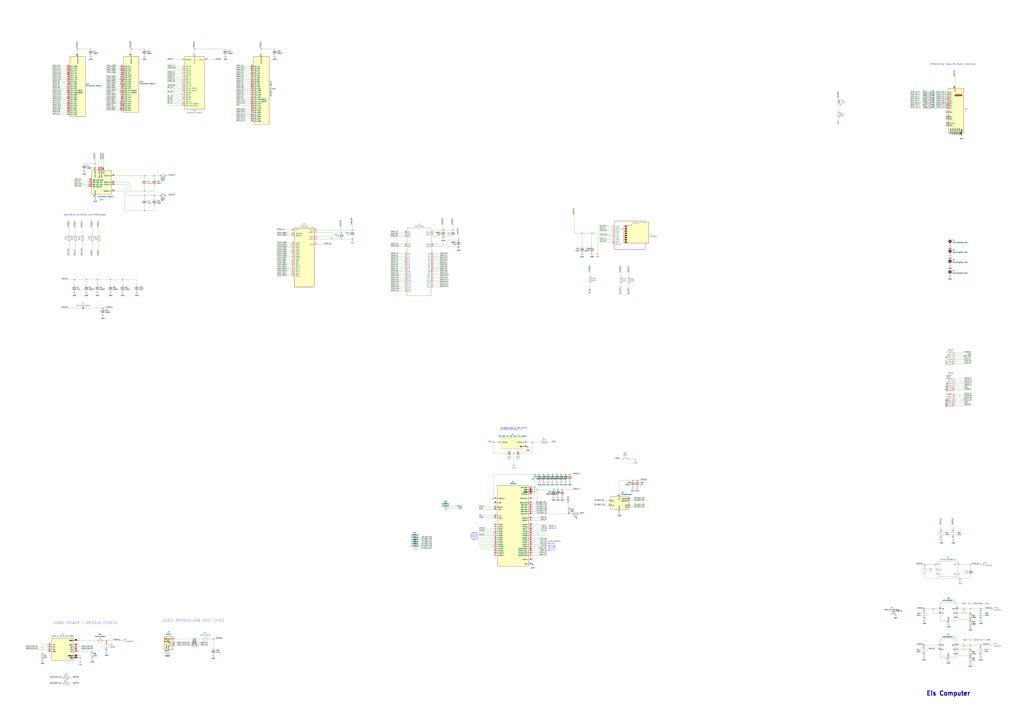
<source format=kicad_sch>
(kicad_sch (version 20211123) (generator eeschema)
  (paper "A0")
  (title_block (title "Copyright © 2022 Lone Dynamics Corporation") (date "2022-10-13") (rev "V0"))
  (junction (at 573.532 513.842))
  (junction (at 617.982 513.842))
  (junction (at 675.894 271.018))
  (junction (at 631.19 551.18))
  (junction (at 1138.936 707.3392))
  (junction (at 409.194 267.462))
  (junction (at 167.64 221.996))
  (junction (at 636.27 551.18))
  (junction (at 532.384 278.892))
  (junction (at 1086.612 655.828))
  (junction (at 1127.252 655.828))
  (junction (at 303.53 56.896))
  (junction (at 1126.49 762.2032))
  (junction (at 660.654 596.9))
  (junction (at 1126.49 749.5032))
  (junction (at 1138.682 749.5032))
  (junction (at 1106.424 155.956))
  (junction (at 651.51 551.18))
  (junction (at 687.324 271.018))
  (junction (at 1108.964 155.956))
  (junction (at 514.604 267.462))
  (junction (at 626.11 551.18))
  (junction (at 646.43 551.18))
  (junction (at 526.034 267.462))
  (junction (at 179.07 204.216))
  (junction (at 1116.584 155.956))
  (junction (at 93.218 764.54))
  (junction (at 142.24 324.866))
  (junction (at 623.57 568.96))
  (junction (at 642.62 568.96))
  (junction (at 532.384 286.512))
  (junction (at 621.03 551.18))
  (junction (at 618.49 655.32))
  (junction (at 739.7496 558.1396))
  (junction (at 734.6696 558.1396))
  (junction (at 396.494 270.002))
  (junction (at 641.35 551.18))
  (junction (at 1114.552 672.338))
  (junction (at 167.64 244.856))
  (junction (at 90.17 56.896))
  (junction (at 86.36 324.866))
  (junction (at 409.194 277.622))
  (junction (at 179.07 227.076))
  (junction (at 1083.818 707.3392))
  (junction (at 1126.744 707.3392))
  (junction (at 110.49 190.246))
  (junction (at 652.78 568.96))
  (junction (at 1114.044 155.956))
  (junction (at 647.7 568.96))
  (junction (at 247.65 742.442))
  (junction (at 1072.896 749.5032))
  (junction (at 226.06 56.896))
  (junction (at 1073.15 707.3392))
  (junction (at 167.64 227.076))
  (junction (at 119.38 357.886))
  (junction (at 1073.912 655.828))
  (junction (at 621.03 566.42))
  (junction (at 113.03 324.866))
  (junction (at 100.33 324.866))
  (junction (at 167.64 204.216))
  (junction (at 1111.504 155.956))
  (junction (at 656.59 551.18))
  (junction (at 596.392 526.542))
  (junction (at 661.67 551.18))
  (junction (at 123.698 744.22))
  (junction (at 128.27 324.866))
  (junction (at 514.604 275.082))
  (junction (at 572.77 579.12))
  (junction (at 1126.744 720.0392))
  (junction (at 1126.49 754.5832))
  (junction (at 396.494 277.622))
  (junction (at 1126.744 712.4192))
  (junction (at 385.064 277.622))
  (junction (at 621.03 571.5))
  (junction (at 152.4 56.896))
  (no_connect (at 1098.804 145.796))
  (no_connect (at 1098.804 143.256))
  (no_connect (at 1098.804 138.176))
  (no_connect (at 1098.804 135.636))
  (no_connect (at 1098.804 130.556))
  (wire (pts (xy 274.32 100.076) (xy 290.83 100.076)))
  (wire (pts (xy 194.31 115.316) (xy 210.82 115.316)))
  (wire (pts (xy 470.154 315.722) (xy 453.644 315.722)))
  (wire (pts (xy 572.77 614.68) (xy 556.26 614.68)))
  (wire (pts (xy 338.074 282.702) (xy 321.564 282.702)))
  (wire (pts (xy 470.154 313.182) (xy 453.644 313.182)))
  (wire (pts (xy 572.77 579.12) (xy 572.77 551.18)))
  (wire (pts (xy 1123.442 712.4192) (xy 1126.744 712.4192)))
  (wire (pts (xy 1126.49 749.5032) (xy 1126.49 754.5832)))
  (wire (pts (xy 193.04 204.216) (xy 203.2 204.216)))
  (wire (pts (xy 470.154 305.562) (xy 453.644 305.562)))
  (wire (pts (xy 409.194 277.622) (xy 409.194 275.082)))
  (wire (pts (xy 501.396 624.84) (xy 484.886 624.84)))
  (wire (pts (xy 60.96 82.296) (xy 77.47 82.296)))
  (wire (pts (xy 636.27 551.18) (xy 641.35 551.18)))
  (wire (pts (xy 1089.914 712.4192) (xy 1083.818 712.4192)))
  (wire (pts (xy 152.4 48.006) (xy 152.4 56.896)))
  (wire (pts (xy 123.19 89.916) (xy 139.7 89.916)))
  (wire (pts (xy 711.962 533.4) (xy 721.106 533.4)))
  (wire (pts (xy 123.19 112.776) (xy 139.7 112.776)))
  (wire (pts (xy 696.214 281.178) (xy 710.184 281.178)))
  (wire (pts (xy 621.03 566.42) (xy 621.03 551.18)))
  (wire (pts (xy 167.64 227.076) (xy 179.07 227.076)))
  (wire (pts (xy 1092.962 613.664) (xy 1092.962 600.964)))
  (wire (pts (xy 123.19 77.216) (xy 139.7 77.216)))
  (wire (pts (xy 90.678 751.84) (xy 107.696 751.84)))
  (wire (pts (xy 1073.15 707.3392) (xy 1083.818 707.3392)))
  (wire (pts (xy 730.504 321.818) (xy 730.504 309.118)))
  (wire (pts (xy 974.09 144.526) (xy 974.09 136.906)))
  (wire (pts (xy 572.77 635) (xy 556.26 635)))
  (wire (pts (xy 133.35 221.996) (xy 144.78 221.996)))
  (wire (pts (xy 503.174 320.802) (xy 519.684 320.802)))
  (wire (pts (xy 123.19 84.836) (xy 139.7 84.836)))
  (wire (pts (xy 1106.424 155.956) (xy 1108.964 155.956)))
  (wire (pts (xy 274.32 105.156) (xy 290.83 105.156)))
  (wire (pts (xy 618.49 579.12) (xy 623.57 579.12)))
  (wire (pts (xy 618.49 571.5) (xy 621.03 571.5)))
  (wire (pts (xy 470.154 295.402) (xy 453.644 295.402)))
  (wire (pts (xy 1114.552 655.828) (xy 1127.252 655.828)))
  (wire (pts (xy 1127.252 415.036) (xy 1109.472 415.036)))
  (wire (pts (xy 470.154 275.082) (xy 453.644 275.082)))
  (wire (pts (xy 974.09 114.046) (xy 974.09 106.426)))
  (wire (pts (xy 1080.516 120.396) (xy 1098.804 120.396)))
  (wire (pts (xy 1064.514 707.3392) (xy 1073.15 707.3392)))
  (wire (pts (xy 1127.252 450.596) (xy 1109.472 450.596)))
  (wire (pts (xy 1114.552 667.258) (xy 1114.552 672.338)))
  (wire (pts (xy 635 604.52) (xy 618.49 604.52)))
  (wire (pts (xy 1114.552 672.338) (xy 1114.552 673.608)))
  (wire (pts (xy 203.2 742.442) (xy 234.442 742.442)))
  (wire (pts (xy 661.67 551.18) (xy 673.1 551.18)))
  (wire (pts (xy 1127.252 412.496) (xy 1109.472 412.496)))
  (wire (pts (xy 1112.774 712.4192) (xy 1115.822 712.4192)))
  (wire (pts (xy 95.758 297.18) (xy 95.758 280.67)))
  (wire (pts (xy 338.074 273.812) (xy 321.564 273.812)))
  (wire (pts (xy 194.31 77.216) (xy 210.82 77.216)))
  (wire (pts (xy 470.154 318.262) (xy 453.644 318.262)))
  (wire (pts (xy 60.96 128.016) (xy 77.47 128.016)))
  (wire (pts (xy 617.982 526.542) (xy 617.982 513.842)))
  (wire (pts (xy 179.07 221.996) (xy 179.07 215.646)))
  (wire (pts (xy 167.64 230.886) (xy 167.64 227.076)))
  (wire (pts (xy 274.32 87.376) (xy 290.83 87.376)))
  (wire (pts (xy 503.174 275.082) (xy 514.604 275.082)))
  (wire (pts (xy 1127.252 417.576) (xy 1109.472 417.576)))
  (wire (pts (xy 1127.252 448.056) (xy 1109.472 448.056)))
  (wire (pts (xy 734.6696 558.1396) (xy 739.7496 558.1396)))
  (wire (pts (xy 1072.896 749.5032) (xy 1089.66 749.5032)))
  (wire (pts (xy 56.896 794.512) (xy 72.898 794.512)))
  (wire (pts (xy 503.174 270.002) (xy 503.174 267.462)))
  (wire (pts (xy 652.78 568.96) (xy 673.1 568.96)))
  (wire (pts (xy 501.396 635) (xy 484.886 635)))
  (wire (pts (xy 338.074 315.722) (xy 321.564 315.722)))
  (wire (pts (xy 123.19 92.456) (xy 139.7 92.456)))
  (wire (pts (xy 572.77 624.84) (xy 556.26 624.84)))
  (wire (pts (xy 90.678 762) (xy 93.218 762)))
  (wire (pts (xy 385.064 277.622) (xy 396.494 277.622)))
  (wire (pts (xy 1073.912 655.828) (xy 1086.612 655.828)))
  (wire (pts (xy 572.77 637.54) (xy 556.26 637.54)))
  (wire (pts (xy 167.64 208.026) (xy 167.64 204.216)))
  (wire (pts (xy 514.604 267.462) (xy 514.604 253.492)))
  (wire (pts (xy 635 622.3) (xy 618.49 622.3)))
  (wire (pts (xy 128.27 331.216) (xy 128.27 324.866)))
  (wire (pts (xy 675.894 271.018) (xy 667.004 271.018)))
  (wire (pts (xy 194.31 87.376) (xy 210.82 87.376)))
  (wire (pts (xy 274.32 130.556) (xy 290.83 130.556)))
  (wire (pts (xy 577.342 513.842) (xy 573.532 513.842)))
  (wire (pts (xy 133.35 204.216) (xy 167.64 204.216)))
  (wire (pts (xy 737.616 533.4) (xy 731.266 533.4)))
  (wire (pts (xy 274.32 133.096) (xy 290.83 133.096)))
  (wire (pts (xy 123.19 82.296) (xy 139.7 82.296)))
  (wire (pts (xy 1057.148 122.936) (xy 1075.436 122.936)))
  (wire (pts (xy 303.53 56.896) (xy 318.77 56.896)))
  (wire (pts (xy 133.35 211.836) (xy 149.86 211.836)))
  (wire (pts (xy 618.49 596.9) (xy 660.654 596.9)))
  (wire (pts (xy 1086.612 662.178) (xy 1086.612 655.828)))
  (wire (pts (xy 123.19 87.376) (xy 139.7 87.376)))
  (wire (pts (xy 572.77 632.46) (xy 556.26 632.46)))
  (wire (pts (xy 90.17 56.896) (xy 90.17 61.976)))
  (wire (pts (xy 696.214 265.938) (xy 710.184 265.938)))
  (wire (pts (xy 621.03 571.5) (xy 621.03 566.42)))
  (wire (pts (xy 86.36 214.376) (xy 102.87 214.376)))
  (wire (pts (xy 128.27 324.866) (xy 142.24 324.866)))
  (wire (pts (xy 1057.148 120.396) (xy 1075.436 120.396)))
  (wire (pts (xy 86.36 211.836) (xy 102.87 211.836)))
  (wire (pts (xy 338.074 287.782) (xy 321.564 287.782)))
  (wire (pts (xy 503.174 272.542) (xy 503.174 275.082)))
  (wire (pts (xy 90.17 56.896) (xy 105.41 56.896)))
  (wire (pts (xy 60.96 79.756) (xy 77.47 79.756)))
  (wire (pts (xy 1127.252 440.436) (xy 1109.472 440.436)))
  (wire (pts (xy 274.32 89.916) (xy 290.83 89.916)))
  (wire (pts (xy 194.31 105.156) (xy 210.82 105.156)))
  (wire (pts (xy 303.53 56.896) (xy 303.53 61.976)))
  (wire (pts (xy 687.324 286.258) (xy 687.324 271.018)))
  (wire (pts (xy 621.03 574.04) (xy 621.03 571.5)))
  (wire (pts (xy 71.12 324.866) (xy 86.36 324.866)))
  (wire (pts (xy 503.174 305.562) (xy 519.684 305.562)))
  (wire (pts (xy 56.896 787.4) (xy 72.898 787.4)))
  (wire (pts (xy 1127.252 420.116) (xy 1109.472 420.116)))
  (wire (pts (xy 470.154 303.022) (xy 453.644 303.022)))
  (wire (pts (xy 635 594.36) (xy 618.49 594.36)))
  (wire (pts (xy 1114.044 155.956) (xy 1116.584 155.956)))
  (wire (pts (xy 120.65 194.056) (xy 120.65 177.546)))
  (wire (pts (xy 80.518 794.512) (xy 91.694 794.512)))
  (wire (pts (xy 194.31 107.696) (xy 210.82 107.696)))
  (wire (pts (xy 660.4 576.834) (xy 660.654 576.834)))
  (wire (pts (xy 133.35 214.376) (xy 147.32 214.376)))
  (wire (pts (xy 635 617.22) (xy 618.49 617.22)))
  (wire (pts (xy 60.96 122.936) (xy 77.47 122.936)))
  (wire (pts (xy 274.32 128.016) (xy 290.83 128.016)))
  (wire (pts (xy 635 632.46) (xy 618.49 632.46)))
  (wire (pts (xy 503.174 330.962) (xy 519.684 330.962)))
  (wire (pts (xy 503.174 325.882) (xy 519.684 325.882)))
  (wire (pts (xy 572.77 589.28) (xy 556.26 589.28)))
  (wire (pts (xy 1080.516 110.236) (xy 1098.804 110.236)))
  (wire (pts (xy 503.174 267.462) (xy 514.604 267.462)))
  (wire (pts (xy 656.59 551.18) (xy 661.67 551.18)))
  (wire (pts (xy 93.218 764.54) (xy 90.678 764.54)))
  (wire (pts (xy 519.684 283.972) (xy 519.684 278.892)))
  (wire (pts (xy 635 637.54) (xy 618.49 637.54)))
  (wire (pts (xy 519.684 278.892) (xy 532.384 278.892)))
  (wire (pts (xy 60.96 100.076) (xy 77.47 100.076)))
  (wire (pts (xy 470.154 323.342) (xy 453.644 323.342)))
  (wire (pts (xy 693.674 276.098) (xy 693.674 293.878)))
  (wire (pts (xy 274.32 135.636) (xy 290.83 135.636)))
  (wire (pts (xy 147.32 214.376) (xy 147.32 227.076)))
  (wire (pts (xy 503.174 333.502) (xy 519.684 333.502)))
  (wire (pts (xy 470.154 286.512) (xy 453.644 286.512)))
  (wire (pts (xy 635 601.98) (xy 618.49 601.98)))
  (wire (pts (xy 119.38 357.886) (xy 130.81 357.886)))
  (wire (pts (xy 338.074 271.272) (xy 321.564 271.272)))
  (wire (pts (xy 274.32 107.696) (xy 290.83 107.696)))
  (wire (pts (xy 149.86 211.836) (xy 149.86 221.996)))
  (wire (pts (xy 29.464 754.38) (xy 55.118 754.38)))
  (wire (pts (xy 514.604 275.082) (xy 526.034 275.082)))
  (wire (pts (xy 90.678 754.38) (xy 107.696 754.38)))
  (wire (pts (xy 194.31 79.756) (xy 210.82 79.756)))
  (wire (pts (xy 536.956 591.058) (xy 520.446 591.058)))
  (wire (pts (xy 647.7 568.96) (xy 652.78 568.96)))
  (wire (pts (xy 1039.8252 710.8698) (xy 1048.4612 710.8698)))
  (wire (pts (xy 49.276 758.698) (xy 49.276 749.3)))
  (wire (pts (xy 1080.516 115.316) (xy 1098.804 115.316)))
  (wire (pts (xy 710.184 276.098) (xy 693.674 276.098)))
  (wire (pts (xy 503.174 286.512) (xy 532.384 286.512)))
  (wire (pts (xy 123.19 110.236) (xy 139.7 110.236)))
  (wire (pts (xy 229.616 747.522) (xy 240.792 747.522)))
  (wire (pts (xy 274.32 117.856) (xy 290.83 117.856)))
  (wire (pts (xy 123.19 79.756) (xy 139.7 79.756)))
  (wire (pts (xy 142.24 331.216) (xy 142.24 324.866)))
  (wire (pts (xy 123.19 107.696) (xy 139.7 107.696)))
  (wire (pts (xy 572.77 601.98) (xy 556.26 601.98)))
  (wire (pts (xy 635 645.16) (xy 618.49 645.16)))
  (wire (pts (xy 675.894 271.018) (xy 675.894 286.258)))
  (wire (pts (xy 470.154 325.882) (xy 453.644 325.882)))
  (wire (pts (xy 179.07 208.026) (xy 179.07 204.216)))
  (wire (pts (xy 1126.49 749.5032) (xy 1138.682 749.5032)))
  (wire (pts (xy 338.074 295.402) (xy 321.564 295.402)))
  (wire (pts (xy 87.63 297.18) (xy 87.63 280.67)))
  (wire (pts (xy 1138.936 707.3392) (xy 1149.096 707.3392)))
  (wire (pts (xy 274.32 138.176) (xy 290.83 138.176)))
  (wire (pts (xy 60.96 87.376) (xy 77.47 87.376)))
  (wire (pts (xy 149.86 221.996) (xy 167.64 221.996)))
  (wire (pts (xy 123.19 102.616) (xy 139.7 102.616)))
  (wire (pts (xy 621.03 551.18) (xy 626.11 551.18)))
  (wire (pts (xy 1127.252 470.916) (xy 1109.472 470.916)))
  (wire (pts (xy 113.03 324.866) (xy 128.27 324.866)))
  (wire (pts (xy 730.504 342.138) (xy 730.504 329.438)))
  (wire (pts (xy 618.49 568.96) (xy 623.57 568.96)))
  (wire (pts (xy 229.616 750.062) (xy 240.792 750.062)))
  (wire (pts (xy 719.1756 558.1396) (xy 719.1756 574.3956)))
  (wire (pts (xy 194.31 100.076) (xy 210.82 100.076)))
  (wire (pts (xy 99.06 357.886) (xy 119.38 357.886)))
  (wire (pts (xy 338.074 300.482) (xy 321.564 300.482)))
  (wire (pts (xy 110.49 190.246) (xy 110.49 177.546)))
  (wire (pts (xy 112.268 744.22) (xy 90.678 744.22)))
  (wire (pts (xy 368.554 275.082) (xy 385.064 275.082)))
  (wire (pts (xy 274.32 122.936) (xy 290.83 122.936)))
  (wire (pts (xy 167.64 215.646) (xy 167.64 221.996)))
  (wire (pts (xy 194.31 122.936) (xy 210.82 122.936)))
  (wire (pts (xy 60.96 115.316) (xy 77.47 115.316)))
  (wire (pts (xy 107.188 280.67) (xy 107.188 297.18)))
  (wire (pts (xy 596.392 526.542) (xy 595.122 526.542)))
  (wire (pts (xy 194.31 89.916) (xy 210.82 89.916)))
  (wire (pts (xy 123.19 100.076) (xy 139.7 100.076)))
  (wire (pts (xy 338.074 285.242) (xy 321.564 285.242)))
  (wire (pts (xy 635 586.74) (xy 618.49 586.74)))
  (wire (pts (xy 338.074 320.802) (xy 321.564 320.802)))
  (wire (pts (xy 1127.252 468.376) (xy 1109.472 468.376)))
  (wire (pts (xy 573.532 526.542) (xy 573.532 513.842)))
  (wire (pts (xy 60.96 112.776) (xy 77.47 112.776)))
  (wire (pts (xy 226.06 48.006) (xy 226.06 56.896)))
  (wire (pts (xy 721.106 341.884) (xy 721.106 329.184)))
  (wire (pts (xy 144.78 244.856) (xy 167.64 244.856)))
  (wire (pts (xy 635.762 513.842) (xy 645.922 513.842)))
  (wire (pts (xy 1127.252 465.836) (xy 1109.472 465.836)))
  (wire (pts (xy 86.36 209.296) (xy 102.87 209.296)))
  (wire (pts (xy 635 612.14) (xy 618.49 612.14)))
  (wire (pts (xy 696.214 263.398) (xy 710.184 263.398)))
  (wire (pts (xy 572.77 551.18) (xy 621.03 551.18)))
  (wire (pts (xy 532.384 278.892) (xy 532.384 264.922)))
  (wire (pts (xy 152.4 56.896) (xy 152.4 61.976)))
  (wire (pts (xy 470.154 297.942) (xy 453.644 297.942)))
  (wire (pts (xy 660.654 576.834) (xy 660.654 589.28)))
  (wire (pts (xy 596.392 526.542) (xy 596.392 539.242)))
  (wire (pts (xy 635 627.38) (xy 618.49 627.38)))
  (wire (pts (xy 748.3856 579.4756) (xy 731.8756 579.4756)))
  (wire (pts (xy 274.32 97.536) (xy 290.83 97.536)))
  (wire (pts (xy 623.57 579.12) (xy 623.57 568.96)))
  (wire (pts (xy 107.188 256.54) (xy 107.188 273.05)))
  (wire (pts (xy 565.912 513.842) (xy 573.532 513.842)))
  (wire (pts (xy 194.31 92.456) (xy 210.82 92.456)))
  (wire (pts (xy 258.572 742.442) (xy 247.65 742.442)))
  (wire (pts (xy 1126.744 707.3392) (xy 1138.936 707.3392)))
  (wire (pts (xy 1080.516 107.696) (xy 1098.804 107.696)))
  (wire (pts (xy 617.982 513.842) (xy 612.902 513.842)))
  (wire (pts (xy 60.96 107.696) (xy 77.47 107.696)))
  (wire (pts (xy 748.3856 587.0956) (xy 731.8756 587.0956)))
  (wire (pts (xy 696.214 273.558) (xy 710.184 273.558)))
  (wire (pts (xy 667.004 271.018) (xy 667.004 241.808)))
  (wire (pts (xy 71.12 357.886) (xy 93.98 357.886)))
  (wire (pts (xy 203.2 750.062) (xy 221.996 750.062)))
  (wire (pts (xy 194.31 120.396) (xy 210.82 120.396)))
  (wire (pts (xy 1112.774 720.0392) (xy 1126.744 720.0392)))
  (wire (pts (xy 274.32 120.396) (xy 290.83 120.396)))
  (wire (pts (xy 635 619.76) (xy 618.49 619.76)))
  (wire (pts (xy 203.2 747.522) (xy 221.996 747.522)))
  (wire (pts (xy 123.19 128.016) (xy 139.7 128.016)))
  (wire (pts (xy 247.65 742.442) (xy 242.062 742.442)))
  (wire (pts (xy 651.51 551.18) (xy 656.59 551.18)))
  (wire (pts (xy 572.77 591.82) (xy 556.26 591.82)))
  (wire (pts (xy 274.32 112.776) (xy 290.83 112.776)))
  (wire (pts (xy 60.96 102.616) (xy 77.47 102.616)))
  (wire (pts (xy 635 640.08) (xy 618.49 640.08)))
  (wire (pts (xy 80.264 273.05) (xy 80.264 256.54)))
  (wire (pts (xy 1127.252 445.516) (xy 1109.472 445.516)))
  (wire (pts (xy 1127.252 458.216) (xy 1109.472 458.216)))
  (wire (pts (xy 748.3856 582.0156) (xy 731.8756 582.0156)))
  (wire (pts (xy 974.09 129.286) (xy 974.09 121.666)))
  (wire (pts (xy 1080.516 117.856) (xy 1098.804 117.856)))
  (wire (pts (xy 93.218 767.842) (xy 93.218 764.54)))
  (wire (pts (xy 1080.516 122.936) (xy 1098.804 122.936)))
  (wire (pts (xy 338.074 267.462) (xy 321.564 267.462)))
  (wire (pts (xy 470.154 300.482) (xy 453.644 300.482)))
  (wire (pts (xy 409.194 267.462) (xy 409.194 253.492)))
  (wire (pts (xy 503.174 295.402) (xy 519.684 295.402)))
  (wire (pts (xy 1112.52 759.6632) (xy 1112.52 762.2032)))
  (wire (pts (xy 368.554 277.622) (xy 385.064 277.622)))
  (wire (pts (xy 536.956 588.772) (xy 520.446 588.772)))
  (wire (pts (xy 503.174 303.022) (xy 519.684 303.022)))
  (wire (pts (xy 470.154 333.502) (xy 453.644 333.502)))
  (wire (pts (xy 123.19 125.476) (xy 139.7 125.476)))
  (wire (pts (xy 274.32 125.476) (xy 290.83 125.476)))
  (wire (pts (xy 1108.964 155.956) (xy 1111.504 155.956)))
  (wire (pts (xy 110.49 194.056) (xy 110.49 190.246)))
  (wire (pts (xy 1112.52 762.2032) (xy 1126.49 762.2032)))
  (wire (pts (xy 635 609.6) (xy 618.49 609.6)))
  (wire (pts (xy 226.06 56.896) (xy 226.06 61.976)))
  (wire (pts (xy 49.276 749.3) (xy 55.118 749.3)))
  (wire (pts (xy 303.53 48.006) (xy 303.53 56.896)))
  (wire (pts (xy 1108.964 100.076) (xy 1108.964 81.788)))
  (wire (pts (xy 123.19 122.936) (xy 139.7 122.936)))
  (wire (pts (xy 368.554 283.972) (xy 385.064 283.972)))
  (wire (pts (xy 152.4 56.896) (xy 167.64 56.896)))
  (wire (pts (xy 1103.884 155.956) (xy 1106.424 155.956)))
  (wire (pts (xy 503.174 310.642) (xy 519.684 310.642)))
  (wire (pts (xy 1126.744 707.3392) (xy 1126.744 712.4192)))
  (wire (pts (xy 635 642.62) (xy 618.49 642.62)))
  (wire (pts (xy 503.174 318.262) (xy 519.684 318.262)))
  (wire (pts (xy 501.396 629.92) (xy 484.886 629.92)))
  (wire (pts (xy 597.662 526.542) (xy 596.392 526.542)))
  (wire (pts (xy 1057.148 112.776) (xy 1075.436 112.776)))
  (wire (pts (xy 470.154 283.972) (xy 453.644 283.972)))
  (wire (pts (xy 338.074 313.182) (xy 321.564 313.182)))
  (wire (pts (xy 572.77 629.92) (xy 556.26 629.92)))
  (wire (pts (xy 572.77 619.76) (xy 556.26 619.76)))
  (wire (pts (xy 710.184 271.018) (xy 687.324 271.018)))
  (wire (pts (xy 721.106 321.564) (xy 721.106 308.864)))
  (wire (pts (xy 193.04 227.076) (xy 203.2 227.076)))
  (wire (pts (xy 706.4756 582.0156) (xy 689.9656 582.0156)))
  (wire (pts (xy 167.64 238.506) (xy 167.64 244.856)))
  (wire (pts (xy 60.96 133.096) (xy 77.47 133.096)))
  (wire (pts (xy 1127.252 422.656) (xy 1109.472 422.656)))
  (wire (pts (xy 80.518 787.4) (xy 91.694 787.4)))
  (wire (pts (xy 503.174 308.102) (xy 519.684 308.102)))
  (wire (pts (xy 572.77 622.3) (xy 556.26 622.3)))
  (wire (pts (xy 123.19 97.536) (xy 139.7 97.536)))
  (wire (pts (xy 123.19 94.996) (xy 139.7 94.996)))
  (wire (pts (xy 274.32 84.836) (xy 290.83 84.836)))
  (wire (pts (xy 719.1756 558.1396) (xy 734.6696 558.1396)))
  (wire (pts (xy 470.154 338.582) (xy 453.644 338.582)))
  (wire (pts (xy 635 614.68) (xy 618.49 614.68)))
  (wire (pts (xy 1112.774 707.3392) (xy 1126.744 707.3392)))
  (wire (pts (xy 678.434 596.9) (xy 672.084 596.9)))
  (wire (pts (xy 1127.252 460.756) (xy 1109.472 460.756)))
  (wire (pts (xy 385.064 275.082) (xy 385.064 277.622)))
  (wire (pts (xy 641.35 551.18) (xy 646.43 551.18)))
  (wire (pts (xy 1083.818 712.4192) (xy 1083.818 707.3392)))
  (wire (pts (xy 470.154 330.962) (xy 453.644 330.962)))
  (wire (pts (xy 1127.252 668.528) (xy 1127.252 672.338)))
  (wire (pts (xy 179.07 230.886) (xy 179.07 227.076)))
  (wire (pts (xy 60.96 117.856) (xy 77.47 117.856)))
  (wire (pts (xy 179.07 204.216) (xy 185.42 204.216)))
  (wire (pts (xy 60.96 97.536) (xy 77.47 97.536)))
  (wire (pts (xy 635 624.84) (xy 618.49 624.84)))
  (wire (pts (xy 338.074 308.102) (xy 321.564 308.102)))
  (wire (pts (xy 194.31 102.616) (xy 210.82 102.616)))
  (wire (pts (xy 503.174 315.722) (xy 519.684 315.722)))
  (wire (pts (xy 503.174 328.422) (xy 519.684 328.422)))
  (wire (pts (xy 706.4756 587.0956) (xy 689.9656 587.0956)))
  (wire (pts (xy 1111.504 155.956) (xy 1114.044 155.956)))
  (wire (pts (xy 635 589.28) (xy 618.49 589.28)))
  (wire (pts (xy 123.698 744.22) (xy 138.938 744.22)))
  (wire (pts (xy 470.154 320.802) (xy 453.644 320.802)))
  (wire (pts (xy 194.31 69.596) (xy 210.82 69.596)))
  (wire (pts (xy 194.31 112.776) (xy 210.82 112.776)))
  (wire (pts (xy 274.32 77.216) (xy 290.83 77.216)))
  (wire (pts (xy 95.758 273.05) (xy 95.758 256.54)))
  (wire (pts (xy 1057.148 115.316) (xy 1075.436 115.316)))
  (wire (pts (xy 338.074 305.562) (xy 321.564 305.562)))
  (wire (pts (xy 631.19 551.18) (xy 636.27 551.18)))
  (wire (pts (xy 642.62 568.96) (xy 647.7 568.96)))
  (wire (pts (xy 194.31 117.856) (xy 210.82 117.856)))
  (wire (pts (xy 618.49 566.42) (xy 621.03 566.42)))
  (wire (pts (xy 60.96 84.836) (xy 77.47 84.836)))
  (wire (pts (xy 1138.682 749.5032) (xy 1148.842 749.5032)))
  (wire (pts (xy 470.154 310.642) (xy 453.644 310.642)))
  (wire (pts (xy 86.36 324.866) (xy 100.33 324.866)))
  (wire (pts (xy 87.63 273.05) (xy 87.63 256.54)))
  (wire (pts (xy 114.808 256.54) (xy 114.808 273.05)))
  (wire (pts (xy 1127.252 655.828) (xy 1136.142 655.828)))
  (wire (pts (xy 514.604 267.462) (xy 526.034 267.462)))
  (wire (pts (xy 60.96 110.236) (xy 77.47 110.236)))
  (wire (pts (xy 123.19 105.156) (xy 139.7 105.156)))
  (wire (pts (xy 167.64 204.216) (xy 179.07 204.216)))
  (wire (pts (xy 501.396 632.46) (xy 484.886 632.46)))
  (wire (pts (xy 1112.52 754.5832) (xy 1115.568 754.5832)))
  (wire (pts (xy 338.074 290.322) (xy 321.564 290.322)))
  (wire (pts (xy 1057.148 117.856) (xy 1075.436 117.856)))
  (wire (pts (xy 179.07 227.076) (xy 185.42 227.076)))
  (wire (pts (xy 123.19 120.396) (xy 139.7 120.396)))
  (wire (pts (xy 1127.252 409.956) (xy 1109.472 409.956)))
  (wire (pts (xy 1057.148 110.236) (xy 1075.436 110.236)))
  (wire (pts (xy 626.11 551.18) (xy 631.19 551.18)))
  (wire (pts (xy 194.31 82.296) (xy 210.82 82.296)))
  (wire (pts (xy 274.32 140.716) (xy 290.83 140.716)))
  (wire (pts (xy 60.96 94.996) (xy 77.47 94.996)))
  (wire (pts (xy 501.396 627.38) (xy 484.886 627.38)))
  (wire (pts (xy 274.32 92.456) (xy 290.83 92.456)))
  (wire (pts (xy 623.57 568.96) (xy 642.62 568.96)))
  (wire (pts (xy 470.154 308.102) (xy 453.644 308.102)))
  (wire (pts (xy 503.174 313.182) (xy 519.684 313.182)))
  (wire (pts (xy 123.19 117.856) (xy 139.7 117.856)))
  (wire (pts (xy 80.264 297.18) (xy 80.264 280.67)))
  (wire (pts (xy 685.546 341.376) (xy 685.546 328.676)))
  (wire (pts (xy 503.174 323.342) (xy 519.684 323.342)))
  (wire (pts (xy 635 591.82) (xy 618.49 591.82)))
  (wire (pts (xy 748.3856 589.6356) (xy 731.8756 589.6356)))
  (wire (pts (xy 503.174 283.972) (xy 519.684 283.972)))
  (wire (pts (xy 147.32 227.076) (xy 167.64 227.076)))
  (wire (pts (xy 60.96 120.396) (xy 77.47 120.396)))
  (wire (pts (xy 29.464 751.84) (xy 55.118 751.84)))
  (wire (pts (xy 618.49 574.04) (xy 621.03 574.04)))
  (wire (pts (xy 86.36 331.216) (xy 86.36 324.866)))
  (wire (pts (xy 470.154 270.002) (xy 453.644 270.002)))
  (wire (pts (xy 1057.148 125.476) (xy 1075.436 125.476)))
  (wire (pts (xy 1127.252 442.976) (xy 1109.472 442.976)))
  (wire (pts (xy 274.32 94.996) (xy 290.83 94.996)))
  (wire (pts (xy 368.554 270.002) (xy 396.494 270.002)))
  (wire (pts (xy 114.808 280.67) (xy 114.808 297.18)))
  (wire (pts (xy 687.324 271.018) (xy 675.894 271.018)))
  (wire (pts (xy 1123.188 754.5832) (xy 1126.49 754.5832)))
  (wire (pts (xy 100.33 324.866) (xy 113.03 324.866)))
  (wire (pts (xy 226.06 56.896) (xy 261.62 56.896)))
  (wire (pts (xy 526.034 267.462) (xy 526.034 253.492)))
  (wire (pts (xy 1073.912 672.338) (xy 1073.912 668.528)))
  (wire (pts (xy 396.494 270.002) (xy 396.494 256.032)))
  (wire (pts (xy 338.074 303.022) (xy 321.564 303.022)))
  (wire (pts (xy 1057.148 107.696) (xy 1075.436 107.696)))
  (wire (pts (xy 368.554 267.462) (xy 409.194 267.462)))
  (wire (pts (xy 274.32 115.316) (xy 290.83 115.316)))
  (wire (pts (xy 1063.752 655.828) (xy 1073.912 655.828)))
  (wire (pts (xy 90.678 756.92) (xy 107.188 756.92)))
  (wire (pts (xy 572.77 599.44) (xy 556.26 599.44)))
  (wire (pts (xy 100.33 331.216) (xy 100.33 324.866)))
  (wire (pts (xy 60.96 77.216) (xy 77.47 77.216)))
  (wire (pts (xy 572.77 584.2) (xy 572.77 579.12)))
  (wire (pts (xy 635 629.92) (xy 618.49 629.92)))
  (wire (pts (xy 97.79 190.246) (xy 110.49 190.246)))
  (wire (pts (xy 1127.252 672.338) (xy 1114.552 672.338)))
  (wire (pts (xy 194.31 94.996) (xy 210.82 94.996)))
  (wire (pts (xy 274.32 79.756) (xy 290.83 79.756)))
  (wire (pts (xy 635 584.2) (xy 618.49 584.2)))
  (wire (pts (xy 158.75 324.866) (xy 158.75 331.216)))
  (wire (pts (xy 119.888 744.22) (xy 123.698 744.22)))
  (wire (pts (xy 1080.516 125.476) (xy 1098.804 125.476)))
  (wire (pts (xy 696.214 278.638) (xy 710.184 278.638)))
  (wire (pts (xy 60.96 89.916) (xy 77.47 89.916)))
  (wire (pts (xy 274.32 102.616) (xy 290.83 102.616)))
  (wire (pts (xy 1112.52 749.5032) (xy 1126.49 749.5032)))
  (wire (pts (xy 338.074 297.942) (xy 321.564 297.942)))
  (wire (pts (xy 1112.774 717.4992) (xy 1112.774 720.0392)))
  (wire (pts (xy 470.154 328.422) (xy 453.644 328.422)))
  (wire (pts (xy 144.78 221.996) (xy 144.78 244.856)))
  (wire (pts (xy 60.96 130.556) (xy 77.47 130.556)))
  (wire (pts (xy 1106.932 613.664) (xy 1106.932 600.964)))
  (wire (pts (xy 338.074 310.642) (xy 321.564 310.642)))
  (wire (pts (xy 60.96 125.476) (xy 77.47 125.476)))
  (wire (pts (xy 1127.252 655.828) (xy 1127.252 660.908)))
  (wire (pts (xy 1080.516 112.776) (xy 1098.804 112.776)))
  (wire (pts (xy 470.154 272.542) (xy 453.644 272.542)))
  (wire (pts (xy 696.214 268.478) (xy 710.184 268.478)))
  (wire (pts (xy 241.3 69.596) (xy 257.81 69.596)))
  (wire (pts (xy 501.396 637.54) (xy 484.886 637.54)))
  (wire (pts (xy 60.96 92.456) (xy 77.47 92.456)))
  (wire (pts (xy 179.07 244.856) (xy 179.07 238.506)))
  (wire (pts (xy 247.65 753.11) (xy 247.65 742.442)))
  (wire (pts (xy 194.31 110.236) (xy 210.82 110.236)))
  (wire (pts (xy 90.17 48.006) (xy 90.17 56.896)))
  (wire (pts (xy 1083.818 707.3392) (xy 1089.914 707.3392)))
  (wire (pts (xy 274.32 110.236) (xy 290.83 110.236)))
  (wire (pts (xy 1078.23 754.5832) (xy 1089.66 754.5832)))
  (wire (pts (xy 587.502 526.542) (xy 573.532 526.542)))
  (wire (pts (xy 113.03 331.216) (xy 113.03 324.866)))
  (wire (pts (xy 1127.252 453.136) (xy 1109.472 453.136)))
  (wire (pts (xy 646.43 551.18) (xy 651.51 551.18)))
  (wire (pts (xy 503.174 300.482) (xy 519.684 300.482)))
  (wire (pts (xy 617.982 513.842) (xy 628.142 513.842)))
  (wire (pts (xy 118.11 194.056) (xy 118.11 177.546)))
  (wire (pts (xy 1127.252 463.296) (xy 1109.472 463.296)))
  (wire (pts (xy 167.64 221.996) (xy 179.07 221.996)))
  (wire (pts (xy 396.494 277.622) (xy 409.194 277.622)))
  (wire (pts (xy 1114.552 672.338) (xy 1073.912 672.338)))
  (wire (pts (xy 194.31 97.536) (xy 210.82 97.536)))
  (wire (pts (xy 685.546 321.056) (xy 685.546 308.356)))
  (wire (pts (xy 618.49 650.24) (xy 618.49 655.32)))
  (wire (pts (xy 60.96 105.156) (xy 77.47 105.156)))
  (wire (pts (xy 167.64 244.856) (xy 179.07 244.856)))
  (wire (pts (xy 572.77 617.22) (xy 556.26 617.22)))
  (wire (pts (xy 605.282 526.542) (xy 617.982 526.542)))
  (wire (pts (xy 86.36 216.916) (xy 102.87 216.916)))
  (wire (pts (xy 572.77 627.38) (xy 556.26 627.38)))
  (wire (pts (xy 338.074 292.862) (xy 321.564 292.862)))
  (wire (pts (xy 470.154 336.042) (xy 453.644 336.042)))
  (wire (pts (xy 660.654 596.9) (xy 664.464 596.9)))
  (wire (pts (xy 123.19 115.316) (xy 139.7 115.316)))
  (wire (pts (xy 635 635) (xy 618.49 635)))
  (wire (pts (xy 338.074 318.262) (xy 321.564 318.262)))
  (wire (pts (xy 274.32 82.296) (xy 290.83 82.296)))
  (wire (pts (xy 739.7496 558.1396) (xy 751.1796 558.1396)))
  (wire (pts (xy 194.31 84.836) (xy 210.82 84.836)))
  (wire (pts (xy 503.174 297.942) (xy 519.684 297.942)))
  (wire (pts (xy 142.24 324.866) (xy 158.75 324.866)))
  (wire (pts (xy 93.218 762) (xy 93.218 764.54)))
  (wire (pts (xy 1064.26 749.5032) (xy 1072.896 749.5032)))
  (text "SPI1 RX" (at 636.27 632.714 0) (effects (font (size 1.27 1.27)) (justify left bottom)))
  (text "CLOCK GPOUT1" (at 636.27 629.92 0) (effects (font (size 1.27 1.27)) (justify left bottom)))
  (text "UART0 RX" (at 636.778 614.68 0) (effects (font (size 1.27 1.27)) (justify left bottom)))
  (text "USB1: RP2040 USB HOST (PIO)" (at 188.214 722.884 0) (effects (font (size 3 3)) (justify left bottom)))
  (text "0.6V * (1 + (210/47)) = 3.28V" (at 1118.362 744.4232 0) (effects (font (size 1.27 1.27)) (justify left bottom)))
  (text "SPI1 CSn" (at 636.27 635.254 0) (effects (font (size 1.27 1.27)) (justify left bottom)))
  (text "C1=15pF, C2=15pF, CL=12pF, Cstray=5,\n(C1*C2)/(C1+C2)+Cstray == CL" (at 581.2536 499.4656 0) (effects (font (size 0.9906 0.9906)) (justify left bottom)))
  (text "SPI0 CSn" (at 546.354 622.554 0) (effects (font (size 1.27 1.27)) (justify left bottom)))
  (text "UART0 TX" (at 636.778 612.14 0) (effects (font (size 1.27 1.27)) (justify left bottom)))
  (text "0.6V * (1 + (200/200)) = 1.2V" (at 1117.092 702.2592 0) (effects (font (size 1.27 1.27)) (justify left bottom)))
  (text "Differential Data Multiple Interface" (at 1079.8048 75.7682 0) (effects (font (size 2 2)) (justify left bottom)))
  (text "USB0: POWER / RP2040 CONFIG" (at 61.468 725.678 0) (effects (font (size 3 3)) (justify left bottom)))
  (text "SPI0 TX" (at 547.624 627.634 0) (effects (font (size 1.27 1.27)) (justify left bottom)))
  (text "SPI1 TX" (at 636.27 640.334 0) (effects (font (size 1.27 1.27)) (justify left bottom)))
  (text "Note: CSPI_SS has 10K pull-up on MMOD module." (at 73.914 250.444 0) (effects (font (size 1.27 1.27)) (justify left bottom)))
  (text "SPI0 RX" (at 547.37 620.014 0) (effects (font (size 1.27 1.27)) (justify left bottom)))
  (text "SPI1 SCK" (at 636.27 637.794 0) (effects (font (size 1.27 1.27)) (justify left bottom)))
  (text "SPI0 SCK" (at 546.354 625.094 0) (effects (font (size 1.27 1.27)) (justify left bottom)))
  (text "Eis Computer" (at 1075.436 808.736 0) (effects (font (size 5 5) (thickness 1) bold) (justify left bottom)))
  (label "SRAM_CS" (at 274.32 100.076 0))
  (label "DDMIC_D1_N" (at 1086.9676 115.316 0))
  (label "PWR3V3" (at 1063.752 655.828 0))
  (label "DDMI_CK_N" (at 274.32 117.856 0))
  (label "DDMI_D1_N" (at 274.32 133.096 0))
  (label "SRAM_D11" (at 60.96 117.856 0))
  (label "DDMI_CK_N" (at 1057.148 125.476 0))
  (label "SRAM_A4" (at 274.32 97.536 0))
  (label "HRAM_DQ9" (at 321.564 305.562 0))
  (label "LED" (at 974.09 144.526 90))
  (label "USB_CONN_DN" (at 57.658 787.4 0))
  (label "PMOD_A9" (at 1119.632 463.296 0))
  (label "HRAM_DQ11" (at 123.19 125.476 0))
  (label "PMOD_A4" (at 194.31 87.376 0))
  (label "SRAM_A2" (at 274.32 92.456 0))
  (label "CSPI_SI" (at 87.63 297.18 90))
  (label "HRAM_ADQ5" (at 123.19 79.756 0))
  (label "SRAM_D5" (at 510.794 308.102 0))
  (label "SD_SS" (at 556.26 622.3 0))
  (label "PWR5V0" (at 250.444 742.442 0))
  (label "USB_DP" (at 84.328 794.512 0))
  (label "HRAM_DQ10" (at 321.564 308.102 0))
  (label "RP_QSPI_SCK" (at 488.95 637.54 0))
  (label "GND" (at 1119.632 450.596 0))
  (label "USB_CONN_DP" (at 29.972 751.84 0))
  (label "CSPI_SS" (at 626.872 627.38 0))
  (label "PWR1V2" (at 195.58 227.076 0))
  (label "HRAM_CK" (at 321.564 267.462 0))
  (label "CRESET" (at 114.808 297.18 90))
  (label "HRAM_DQ8" (at 123.19 100.076 0))
  (label "PMOD_A1" (at 1119.632 440.436 0))
  (label "SRAM_UB" (at 453.644 286.512 0))
  (label "HRAM_ADQ7" (at 321.564 300.482 0))
  (label "SRAM_A8" (at 60.96 102.616 0))
  (label "SRAM_A10" (at 60.96 89.916 0))
  (label "PWR3V3" (at 114.808 264.16 90))
  (label "USB1_DN" (at 626.11 645.16 0))
  (label "SRAM_CS" (at 453.644 270.002 0))
  (label "SRAM_D9" (at 60.96 130.556 0))
  (label "DDMI_D2_N" (at 1057.148 110.236 0))
  (label "HRAM_ADQ4" (at 321.564 292.862 0))
  (label "PMOD_A9" (at 194.31 94.996 0))
  (label "SD_DAT1" (at 730.504 342.138 90))
  (label "CSPI_SO" (at 626.872 632.46 0))
  (label "SD_DAT2" (at 696.214 263.398 0))
  (label "SRAM_A1" (at 453.644 297.942 0))
  (label "SRAM_D5" (at 274.32 102.616 0))
  (label "HRAM_ADQ7" (at 123.19 97.536 0))
  (label "DDMI_D1_N" (at 1057.148 115.316 0))
  (label "DDMI_D0_P" (at 1057.148 117.856 0))
  (label "DDMI_CK_P" (at 274.32 120.396 0))
  (label "PWR3V3" (at 95.758 264.16 90))
  (label "SRAM_A1" (at 274.32 94.996 0))
  (label "SRAM_D12" (at 510.794 325.882 0))
  (label "XOUT" (at 640.842 513.842 0))
  (label "SRAM_A11" (at 453.644 323.342 0))
  (label "RP_QSPI_SCK" (at 689.9656 587.0956 0))
  (label "HRAM_DQ13" (at 123.19 112.776 0))
  (label "CDONE" (at 250.19 69.596 0))
  (label "DDMI_D0_N" (at 274.32 128.016 0))
  (label "CSPI_SO" (at 86.36 209.296 0))
  (label "HRAM_DQS0" (at 321.564 271.272 0))
  (label "USB_CONN_DN" (at 29.972 754.38 0))
  (label "GND" (at 1123.442 412.496 0))
  (label "SRAM_A4" (at 453.644 305.562 0))
  (label "SRAM_WE" (at 60.96 120.396 0))
  (label "RP_QSPI_IO0" (at 489.204 627.38 0))
  (label "USB1_DP" (at 232.664 747.522 0))
  (label "SRAM_D11" (at 510.794 323.342 0))
  (label "RP_SS" (at 628.65 635 0))
  (label "PWR3V3" (at 1119.632 470.916 0))
  (label "PMOD_A7" (at 194.31 89.916 0))
  (label "SRAM_UB" (at 274.32 79.756 0))
  (label "SRAM_D1" (at 274.32 107.696 0))
  (label "SRAM_D3" (at 510.794 303.022 0))
  (label "PMOD_A1" (at 194.31 92.456 0))
  (label "HRAM_DQ12" (at 321.564 313.182 0))
  (label "RP_CLK" (at 194.31 102.616 0))
  (label "PWR3V3" (at 667.004 249.428 90))
  (label "HRAM_ADQ5" (at 321.564 295.402 0))
  (label "DDMI_D0_P" (at 274.32 130.556 0))
  (label "SRAM_A11" (at 60.96 79.756 0))
  (label "PWR5V0" (at 131.318 744.22 0))
  (label "PWR3V3" (at 526.034 261.112 90))
  (label "CRESET" (at 194.31 69.596 0))
  (label "PWR3V3" (at 685.546 315.976 90))
  (label "SRAM_LB" (at 60.96 133.096 0))
  (label "PWR3V3" (at 665.48 551.18 0))
  (label "SRAM_A12" (at 453.644 325.882 0))
  (label "SRAM_A10" (at 453.644 320.802 0))
  (label "BOOT" (at 673.354 596.9 0))
  (label "RP_RX" (at 194.31 120.396 0))
  (label "HRAM_DQS1" (at 123.19 110.236 0))
  (label "SRAM_LB" (at 453.644 283.972 0))
  (label "SD_SS" (at 685.546 341.376 90))
  (label "HRAM_ADQ6" (at 123.19 84.836 0))
  (label "CSPI_SS" (at 1119.632 422.656 0))
  (label "PWR3V3" (at 87.63 264.16 90))
  (label "PWR3V3" (at 303.53 55.626 90))
  (label "PWR1V2" (at 1092.962 609.854 90))
  (label "SRAM_A9" (at 60.96 97.536 0))
  (label "SRAM_A7" (at 453.644 313.182 0))
  (label "PWR3V3" (at 226.06 55.626 90))
  (label "PWR1V2" (at 1143.7112 707.3392 0))
  (label "SRAM_D13" (at 60.96 115.316 0))
  (label "PMOD_A7" (at 1119.632 458.216 0))
  (label "PWR2V5" (at 118.11 185.166 90))
  (label "RP_TX" (at 628.904 612.14 0))
  (label "SRAM_OE" (at 274.32 77.216 0))
  (label "HRAM_ADQ3" (at 123.19 82.296 0))
  (label "PWR3V3" (at 721.106 316.484 90))
  (label "SRAM_D6" (at 60.96 77.216 0))
  (label "RP_SS" (at 194.31 107.696 0))
  (label "RP_QSPI_SS" (at 623.57 596.9 0))
  (label "SRAM_D10" (at 60.96 125.476 0))
  (label "SD_SS" (at 194.31 115.316 0))
  (label "RP_QSPI_IO2" (at 736.1936 587.0956 0))
  (label "XIN" (at 567.182 513.842 0))
  (label "SRAM_D0" (at 510.794 295.402 0))
  (label "PWR5V0" (at 1064.26 749.5032 0))
  (label "CSPI_SCK" (at 86.36 214.376 0))
  (label "SWD" (at 532.638 591.058 0))
  (label "CSPI_SS" (at 86.36 216.916 0))
  (label "SRAM_D14" (at 60.96 112.776 0))
  (label "USB_DN" (at 84.328 787.4 0))
  (label "PWR3V3" (at 660.654 584.2 90))
  (label "HRAM_DQ15" (at 321.564 320.802 0))
  (label "RP_QSPI_IO1" (at 736.1936 582.0156 0))
  (label "DDMI_D1_P" (at 1057.148 112.776 0))
  (label "HRAM_DQ15" (at 123.19 89.916 0))
  (label "SRAM_OE" (at 453.644 272.542 0))
  (label "USB_DP" (at 627.38 604.52 0))
  (label "USB1_DN" (at 232.664 750.062 0))
  (label "CSPI_SO" (at 1119.632 420.116 0))
  (label "DDMI_D0_N" (at 1057.148 120.396 0))
  (label "CSPI_SI" (at 696.214 278.638 0))
  (label "SWCLK" (at 556.26 589.28 0))
  (label "SRAM_A3" (at 274.32 87.376 0))
  (label "PWR1V2" (at 195.58 204.216 0))
  (label "SRAM_A13" (at 453.644 328.422 0))
  (label "SRAM_A15" (at 60.96 84.836 0))
  (label "PWR1V8" (at 396.494 263.652 90))
  (label "DDMI_D2_P" (at 1057.148 107.696 0))
  (label "DDMI_D2_P" (at 274.32 138.176 0))
  (label "SRAM_A2" (at 453.644 300.482 0))
  (label "PWR3V3" (at 1119.632 409.956 0))
  (label "HRAM_CE" (at 123.19 122.936 0))
  (label "PWR3V3" (at 110.49 185.166 90))
  (label "PWR3V3" (at 1141.222 749.5032 0))
  (label "CRESET" (at 556.26 614.68 0))
  (label "RP_QSPI_IO1" (at 489.458 629.92 0))
  (label "RP_QSPI_SS" (at 689.9656 582.0156 0))
  (label "SRAM_A14" (at 453.644 330.962 0))
  (label "SRAM_A9" (at 453.644 318.262 0))
  (label "XOUT" (at 556.26 601.98 0))
  (label "CSPI_SI" (at 627.38 640.08 0))
  (label "RP_RX" (at 628.904 614.68 0))
  (label "SRAM_A15" (at 453.644 333.502 0))
  (label "PMOD_A8" (at 1119.632 460.756 0))
  (label "PWR1V2" (at 120.65 185.166 90))
  (label "CSPI_SI" (at 1119.632 417.576 0))
  (label "PWR3V3" (at 1106.932 609.854 90))
  (label "CDONE" (at 556.26 617.22 0))
  (label "SRAM_A3" (at 453.644 303.022 0))
  (label "RP_QSPI_IO3" (at 736.1936 589.6356 0))
  (label "HRAM_CE" (at 376.174 283.972 0))
  (label "SRAM_WE" (at 453.644 275.082 0))
  (label "HRAM_DQ14" (at 123.19 115.316 0))
  (label "SRAM_D7" (at 274.32 112.776 0))
  (label "SRAM_A5" (at 453.644 308.102 0))
  (label "CDONE" (at 107.188 297.18 90))
  (label "PMOD_A10" (at 194.31 79.756 0))
  (label "PWR3V3" (at 107.188 264.16 90))
  (label "PWR3V3" (at 514.604 261.112 90))
  (label "DDMIC_D1_P" (at 1086.9676 112.776 0))
  (label "RP_INT" (at 628.396 617.22 0))
  (label "PMOD_A8" (at 194.31 100.076 0))
  (label "SRAM_D2" (at 274.32 110.236 0))
  (label "PWR3V3" (at 743.5596 558.1396 0))
  (label "DDMI_D1_P" (at 274.32 140.716 0))
  (label "USB1_CONN_DN" (at 205.232 750.062 0))
  (label "USB_CONN_DP" (at 57.658 794.512 0))
  (label "USB_DN" (at 627.38 601.98 0))
  (label "SRAM_A7" (at 60.96 100.076 0))
  (label "DDMIC_CK_N" (at 1087.0184 125.476 0))
  (label "SRAM_D8" (at 60.96 128.016 0))
  (label "SRAM_D4" (at 510.794 305.562 0))
  (label "PMOD_A2" (at 1119.632 442.976 0))
  (label "PWR5V0" (at 1108.964 89.154 90))
  (label "PWR1V2" (at 71.12 324.866 0))
  (label "SWCLK" (at 530.352 588.772 0))
  (label "HRAM_ADQ3" (at 321.564 290.322 0))
  (label "SWD" (at 556.26 591.82 0))
  (label "HRAM_DQ8" (at 321.564 303.022 0))
  (label "PWR5V0" (at 1064.514 707.3392 0))
  (label "SRAM_D15" (at 60.96 110.236 0))
  (label "SD_DAT2" (at 721.106 341.884 90))
  (label "USB_CONN_DP" (at 94.488 754.38 0))
  (label "SRAM_A5" (at 274.32 82.296 0))
  (label "PWR1V8" (at 1128.522 655.828 0))
  (label "SRAM_D1" (at 510.794 297.942 0))
  (label "DDMIC_D2_N" (at 1086.9676 110.236 0))
  (label "PMOD_A3" (at 1119.632 445.516 0))
  (label "HRAM_ADQ4" (at 123.19 102.616 0))
  (label "RP_CLK" (at 627.634 629.92 0))
  (label "SRAM_A6" (at 274.32 84.836 0))
  (label "CSPI_SCK" (at 696.214 273.558 0))
  (label "USB1_DP" (at 626.364 642.62 0))
  (label "RP_INT" (at 194.31 112.776 0))
  (label "DDMI_D2_N" (at 274.32 135.636 0))
  (label "RP_QSPI_IO3" (at 489.458 635 0))
  (label "SRAM_D3" (at 274.32 115.316 0))
  (label "HRAM_DQ12" (at 123.19 128.016 0))
  (label "BOOT" (at 714.756 533.4 0))
  (label "SRAM_D6" (at 510.794 310.642 0))
  (label "RP_QSPI_SCK" (at 622.046 584.2 0))
  (label "HRAM_ADQ0" (at 123.19 77.216 0))
  (label "CSPI_SCK" (at 1118.362 415.036 0))
  (label "PWR3V3" (at 532.384 272.542 90))
  (label "SRAM_A17" (at 453.644 338.582 0))
  (label "HRAM_ADQ2" (at 321.564 287.782 0))
  (label "SRAM_A17" (at 60.96 82.296 0))
  (label "HRAM_ADQ6" (at 321.564 297.942 0))
  (label "PWR3V3" (at 90.17 55.626 90))
  (label "PWR1V2" (at 1085.596 754.5832 180))
  (label "RP_QSPI_IO3" (at 623.062 594.36 0))
  (label "SD_DAT1" (at 696.214 281.178 0))
  (label "SRAM_A8" (at 453.644 315.722 0))
  (label "XIN" (at 556.26 599.44 0))
  (label "SRAM_D14" (at 510.794 330.962 0))
  (label "USB1_CONN_DP" (at 205.232 747.522 0))
  (label "SRAM_D2" (at 510.794 300.482 0))
  (label "DDMI_CK_P" (at 1057.148 122.936 0))
  (label "SD_SS" (at 696.214 265.938 0))
  (label "HRAM_ADQ0" (at 321.564 282.702 0))
  (label "HRAM_ADQ1" (at 123.19 92.456 0))
  (label "SRAM_D9" (at 510.794 318.262 0))
  (label "HRAM_DQ11" (at 321.564 310.642 0))
  (label "SRAM_D15" (at 510.794 333.502 0))
  (label "SRAM_A16" (at 60.96 92.456 0))
  (label "SRAM_A6" (at 453.644 310.642 0))
  (label "PMOD_A2" (at 194.31 77.216 0))
  (label "CSPI_SCK" (at 625.602 637.54 0))
  (label "DDMIC_D2_P" (at 1086.866 107.696 0))
  (label "CSPI_SO" (at 696.214 268.478 0))
  (label "SRAM_D0" (at 274.32 105.156 0))
  (label "PWR1V1" (at 665.48 568.96 0))
  (label "CSPI_SI" (at 86.36 211.836 0))
  (label "GND" (at 1119.632 468.376 0))
  (label "HRAM_ADQ2" (at 123.19 94.996 0))
  (label "SRAM_A16" (at 453.644 336.042 0))
  (label "HRAM_DQ10" (at 123.19 120.396 0))
  (label "HRAM_DQ13" (at 321.564 315.722 0))
  (label "PWR1V8" (at 409.194 261.112 90))
  (label "RP_QSPI_IO2" (at 623.062 591.82 0))
  (label "SRAM_A0" (at 274.32 89.916 0))
  (label "RP_QSPI_IO0" (at 736.1936 579.4756 0))
  (label "HRAM_DQ14" (at 321.564 318.262 0))
  (label "PMOD_A10" (at 1118.362 465.836 0))
  (label "DDMIC_CK_P" (at 1086.9676 122.936 0))
  (label "HRAM_DQS0" (at 123.19 105.156 0))
  (label "PWR3V3" (at 80.264 264.16 90))
  (label "CSPI_SO" (at 80.264 297.18 90))
  (label "SRAM_D7" (at 510.794 313.182 0))
  (label "RP_QSPI_IO0" (at 622.808 586.74 0))
  (label "SRAM_D10" (at 510.794 320.802 0))
  (label "SRAM_D4" (at 60.96 94.996 0))
  (label "SRAM_A13" (at 60.96 87.376 0))
  (label "LED" (at 274.32 122.936 0))
  (label "RP_QSPI_SS" (at 489.966 624.84 0))
  (label "PWR1V8" (at 152.4 55.626 90))
  (label "DDMIC_D0_P" (at 1086.9676 117.856 0))
  (label "HRAM_DQ9" (at 123.19 117.856 0))
  (label "USB_CONN_DN" (at 94.488 751.84 0))
  (label "CSPI_SCK" (at 95.758 297.18 90))
  (label "HRAM_CK" (at 123.19 107.696 0))
  (label "PWR3V3" (at 1119.632 453.136 0))
  (label "SRAM_D8" (at 510.794 315.722 0))
  (label "RP_QSPI_IO1" (at 623.062 589.28 0))
  (label "SRAM_D12" (at 60.96 122.936 0))
  (label "SRAM_A0" (at 453.644 295.402 0))
  (label "PMOD_A3" (at 194.31 84.836 0))
  (label "SRAM_D13" (at 510.794 328.422 0))
  (label "SRAM_A12" (at 60.96 105.156 0))
  (label "SRAM_A14" (at 60.96 107.696 0))
  (label "HRAM_ADQ1" (at 321.564 285.242 0))
  (label "PWR3V3" (at 71.12 357.886 0))
  (label "HRAM_DQS1" (at 321.564 273.812 0))
  (label "PMOD_A4" (at 1119.632 448.056 0))
  (label "PWR2V5" (at 123.19 357.886 0))
  (label "PWR3V3" (at 974.09 114.046 90))
  (label "RP_QSPI_IO2" (at 489.458 632.46 0))
  (label "PWR3V3" (at 730.504 316.738 90))
  (label "RP_TX" (at 194.31 117.856 0))
  (label "PWR5V0" (at 1039.8252 710.8698 0))
  (label "DDMIC_D0_N" (at 1086.9676 120.396 0))
  (symbol (lib_id "Device:C") (at 247.65 756.92 0) (unit 1)
    (property "Reference" "C16" (at 250.571 755.7516 0) (effects (justify left)))
    (property "Value" "4.7uF" (at 250.571 758.063 0) (effects (justify left)))
    (property "Footprint" "Capacitor_SMD:C_0603_1608Metric" (effects hide))
  )
  (symbol (lib_id "power:GND") (at 247.65 760.73 0) (unit 1)
    (property "Reference" "#PWR018" (effects hide))
    (property "Value" "GND" (at 247.777 765.1242 0))
  )
  (symbol (lib_id "pspice:C") (at 1073.912 662.178 0) (unit 1)
    (property "Reference" "C43" (at 1078.4332 661.0096 0) (effects (justify left)))
    (property "Value" "1uF" (at 1078.4332 663.321 0) (effects (justify left)))
    (property "Footprint" "Capacitor_SMD:C_0603_1608Metric" (effects hide))
  )
  (symbol (lib_id "Device:C") (at 158.75 335.026 0) (unit 1)
    (property "Reference" "C10" (at 161.671 333.8576 0) (effects (justify left)))
    (property "Value" "10nF" (at 161.671 336.169 0) (effects (justify left)))
    (property "Footprint" "Capacitor_SMD:C_0603_1608Metric" (effects hide))
  )
  (symbol (lib_id "Device:C") (at 179.07 211.836 0) (unit 1)
    (property "Reference" "C14" (at 181.991 210.6676 0) (effects (justify left)))
    (property "Value" "10uF" (at 181.991 212.979 0) (effects (justify left)))
    (property "Footprint" "Capacitor_SMD:C_0603_1608Metric" (effects hide))
  )
  (symbol (lib_id "Device:C") (at 86.36 335.026 0) (unit 1)
    (property "Reference" "C1" (at 89.281 333.8576 0) (effects (justify left)))
    (property "Value" "1uF" (at 89.281 336.169 0) (effects (justify left)))
    (property "Footprint" "Capacitor_SMD:C_0603_1608Metric" (effects hide))
  )
  (symbol (lib_id "power:GND") (at 86.36 338.836 0) (unit 1)
    (property "Reference" "#PWR02" (effects hide))
    (property "Value" "GND" (at 86.487 343.2302 0))
  )
  (symbol (lib_id "power:GND") (at 158.75 338.836 0) (unit 1)
    (property "Reference" "#PWR014" (effects hide))
    (property "Value" "GND" (at 158.877 343.2302 0))
  )
  (symbol (lib_id "Device:Ferrite_Bead") (at 116.078 744.22 270) (unit 1)
    (property "Reference" "FB1" (at 116.078 737.2604 90))
    (property "Value" "Ferrite_Bead" (at 116.078 739.5718 90))
    (property "Footprint" "Resistor_SMD:R_0603_1608Metric" (effects hide))
  )
  (symbol (lib_id "pspice:C") (at 123.698 750.57 0) (unit 1)
    (property "Reference" "C7" (at 128.2192 749.4016 0) (effects (justify left)))
    (property "Value" "4.7uF" (at 128.2192 751.713 0) (effects (justify left)))
    (property "Footprint" "Capacitor_SMD:C_0603_1608Metric" (effects hide))
  )
  (symbol (lib_id "pspice:C") (at 1106.932 620.014 0) (unit 1)
    (property "Reference" "C46" (at 1111.4532 618.8456 0) (effects (justify left)))
    (property "Value" "22uF" (at 1111.4532 621.157 0) (effects (justify left)))
    (property "Footprint" "Capacitor_SMD:C_0603_1608Metric" (effects hide))
  )
  (symbol (lib_id "power:GND") (at 1092.962 626.364 0) (unit 1)
    (property "Reference" "#PWR056" (effects hide))
    (property "Value" "GND" (at 1093.089 630.7582 0))
  )
  (symbol (lib_id "power:GND") (at 1106.932 626.364 0) (unit 1)
    (property "Reference" "#PWR059" (effects hide))
    (property "Value" "GND" (at 1107.059 630.7582 0))
  )
  (symbol (lib_id "Device:R") (at 49.276 762.508 0) (unit 1)
    (property "Reference" "R1" (at 51.054 761.3396 0) (effects (justify left)))
    (property "Value" "5K1" (at 51.054 763.651 0) (effects (justify left)))
    (property "Footprint" "Resistor_SMD:R_0603_1608Metric" (effects hide))
  )
  (symbol (lib_id "Device:R") (at 107.188 760.73 0) (unit 1)
    (property "Reference" "R8" (at 108.966 759.5616 0) (effects (justify left)))
    (property "Value" "5K1" (at 108.966 761.873 0) (effects (justify left)))
    (property "Footprint" "Resistor_SMD:R_0603_1608Metric" (effects hide))
  )
  (symbol (lib_id "Connector:TestPoint") (at 138.938 744.22 270) (unit 1)
    (property "Reference" "TP1" (at 143.7132 743.0516 90) (effects (justify left)))
    (property "Value" "TP_PWR5V0" (at 143.7132 745.363 90) (effects (justify left)))
    (property "Footprint" "TestPoint:TestPoint_THTPad_D1.0mm_Drill0.5mm" (effects hide))
  )
  (symbol (lib_id "Device:R") (at 107.188 276.86 180) (unit 1)
    (property "Reference" "R7" (at 105.41 278.0284 0) (effects (justify left)))
    (property "Value" "10K" (at 105.41 275.717 0) (effects (justify left)))
    (property "Footprint" "Resistor_SMD:R_0402_1005Metric" (effects hide))
  )
  (symbol (lib_id "Device:R") (at 114.808 276.86 180) (unit 1)
    (property "Reference" "R9" (at 113.03 278.0284 0) (effects (justify left)))
    (property "Value" "10K" (at 113.03 275.717 0) (effects (justify left)))
    (property "Footprint" "Resistor_SMD:R_0402_1005Metric" (effects hide))
  )
  (symbol (lib_id "power:GND") (at 123.698 756.92 0) (unit 1)
    (property "Reference" "#PWR011" (effects hide))
    (property "Value" "GND" (at 123.825 761.3142 0))
  )
  (symbol (lib_id "power:GND") (at 107.188 764.54 0) (unit 1)
    (property "Reference" "#PWR07" (effects hide))
    (property "Value" "GND" (at 107.315 768.9342 0))
  )
  (symbol (lib_id "power:GND") (at 49.276 766.318 0) (unit 1)
    (property "Reference" "#PWR01" (effects hide))
    (property "Value" "GND" (at 49.403 770.7122 0))
  )
  (symbol (lib_id "Device:C") (at 167.64 211.836 0) (unit 1)
    (property "Reference" "C12" (at 170.561 210.6676 0) (effects (justify left)))
    (property "Value" "100nF" (at 170.561 212.979 0) (effects (justify left)))
    (property "Footprint" "Capacitor_SMD:C_0603_1608Metric" (effects hide))
  )
  (symbol (lib_id "Device:C") (at 100.33 335.026 0) (unit 1)
    (property "Reference" "C3" (at 103.251 333.8576 0) (effects (justify left)))
    (property "Value" "220nF" (at 103.251 336.169 0) (effects (justify left)))
    (property "Footprint" "Capacitor_SMD:C_0603_1608Metric" (effects hide))
  )
  (symbol (lib_id "Device:C") (at 119.38 361.696 0) (unit 1)
    (property "Reference" "C6" (at 122.301 360.5276 0) (effects (justify left)))
    (property "Value" "100nF" (at 122.301 362.839 0) (effects (justify left)))
    (property "Footprint" "Capacitor_SMD:C_0603_1608Metric" (effects hide))
  )
  (symbol (lib_id "Device:R") (at 189.23 204.216 270) (unit 1)
    (property "Reference" "R10" (at 190.3984 205.994 0) (effects (justify left)))
    (property "Value" "100R" (at 188.087 205.994 0) (effects (justify left)))
    (property "Footprint" "Resistor_SMD:R_0603_1608Metric" (effects hide))
  )
  (symbol (lib_id "power:GND") (at 100.33 338.836 0) (unit 1)
    (property "Reference" "#PWR05" (effects hide))
    (property "Value" "GND" (at 100.457 343.2302 0))
  )
  (symbol (lib_id "Device:C") (at 601.472 526.542 270) (unit 1)
    (property "Reference" "C25" (at 602.6404 529.463 0) (effects (justify left)))
    (property "Value" "15pF" (at 600.329 529.463 0) (effects (justify left)))
    (property "Footprint" "Capacitor_SMD:C_0402_1005Metric" (effects hide))
  )
  (symbol (lib_id "Device:C") (at 591.312 526.542 270) (unit 1)
    (property "Reference" "C24" (at 592.4804 529.463 0) (effects (justify left)))
    (property "Value" "15pF" (at 590.169 529.463 0) (effects (justify left)))
    (property "Footprint" "Capacitor_SMD:C_0402_1005Metric" (effects hide))
  )
  (symbol (lib_id "power:GND") (at 596.392 539.242 0) (unit 1)
    (property "Reference" "#PWR024" (effects hide))
    (property "Value" "GND" (at 596.519 543.6362 0))
  )
  (symbol (lib_id "lattice:ICE40HX4K-BG121") (at 90.17 97.536 0) (unit 1)
    (property "Reference" "U1" (at 99.822 97.4598 0) (effects (justify left)))
    (property "Value" "ICE40HX4K-BG121" (at 99.822 99.7712 0) (effects (justify left)))
    (property "Footprint" "ld-ice40:BGA-121_9.0x9.0mm_Layout11x11_P0.8mm_Ball0.4mm_Pad0.35mm_NSMD_NOPASTE" (effects hide))
    (property "Datasheet" "http://www.latticesemi.com/Products/FPGAandCPLD/iCE40" (effects hide))
  )
  (symbol (lib_id "lattice:ICE40HX4K-BG121") (at 152.4 97.536 0) (unit 2)
    (property "Reference" "U1" (at 162.052 94.9198 0) (effects (justify left)))
    (property "Value" "ICE40HX4K-BG121" (at 162.052 97.2312 0) (effects (justify left)))
    (property "Footprint" "Package_BGA:BGA-121_9.0x9.0mm_Layout11x11_P0.8mm_Ball0.4mm_Pad0.35mm_NSMD" (effects hide))
    (property "Datasheet" "http://www.latticesemi.com/Products/FPGAandCPLD/iCE40" (effects hide))
  )
  (symbol (lib_id "lattice:ICE40HX4K-BG121") (at 226.06 94.996 0) (unit 3)
    (property "Reference" "U1" (at 226.06 128.651 0))
    (property "Value" "ICE40HX4K-BG121" (at 226.06 130.9624 0))
    (property "Footprint" "Package_BGA:BGA-121_9.0x9.0mm_Layout11x11_P0.8mm_Ball0.4mm_Pad0.35mm_NSMD" (effects hide))
    (property "Datasheet" "http://www.latticesemi.com/Products/FPGAandCPLD/iCE40" (effects hide))
  )
  (symbol (lib_id "lattice:ICE40HX4K-BG121") (at 303.53 105.156 0) (unit 4)
    (property "Reference" "U1" (at 317.754 103.124 0))
    (property "Value" "ICE40HX4K-BG121" (at 314.3504 103.0732 90))
    (property "Footprint" "Package_BGA:BGA-121_9.0x9.0mm_Layout11x11_P0.8mm_Ball0.4mm_Pad0.35mm_NSMD" (effects hide))
    (property "Datasheet" "http://www.latticesemi.com/Products/FPGAandCPLD/iCE40" (effects hide))
  )
  (symbol (lib_id "lattice:ICE40HX4K-BG121") (at 118.11 211.836 0) (unit 5)
    (property "Reference" "U1" (at 118.11 231.8766 0))
    (property "Value" "ICE40HX4K-BG121" (at 122.936 228.6 0))
    (property "Footprint" "Package_BGA:BGA-121_9.0x9.0mm_Layout11x11_P0.8mm_Ball0.4mm_Pad0.35mm_NSMD" (effects hide))
    (property "Datasheet" "http://www.latticesemi.com/Products/FPGAandCPLD/iCE40" (effects hide))
  )
  (symbol (lib_id "ld-crystals:ECS-80-12-33-JGN-TR") (at 595.122 516.382 0) (unit 1)
    (property "Reference" "Y1" (at 595.122 504.571 0))
    (property "Value" "ECS-80-12-33-JGN-TR-12MHZ" (at 595.122 506.8824 0))
    (property "Footprint" "LD-CRYSTALS:XTAL_ECS-240-8-33-AGN-TR" (effects hide))
    (property "MF" "ECS INC" (effects hide))
    (property "DESCRIPTION" "The sub miniature ECX-32 is a compact SMD Crystal." (effects hide))
    (property "MP" "ECX-32" (effects hide))
    (property "STANDARD" "Manufacturer recommendations" (effects hide))
    (property "AVAILABILITY" "Good" (effects hide))
    (property "PACKAGE" "SMD-4 ECX" (effects hide))
  )
  (symbol (lib_id "pmod:PMOD-Device-x1-Type-2-SPI") (at 1105.662 423.926 0) (unit 1)
    (property "Reference" "MMOD1" (at 1103.757 406.5778 0))
    (property "Value" "PMOD-Device-x1-Type-2-SPI" (effects hide))
    (property "Footprint" "Connector_PinSocket_2.54mm:PinSocket_1x06_P2.54mm_Horizontal" (effects hide))
  )
  (symbol (lib_id "power:GND") (at 612.902 518.922 0) (unit 1)
    (property "Reference" "#PWR025" (effects hide))
    (property "Value" "GND" (at 613.029 523.3162 0))
  )
  (symbol (lib_id "ld-power:NCP164ASN180T1G") (at 1100.582 659.638 0) (unit 1)
    (property "Reference" "U6" (at 1100.582 647.827 0))
    (property "Value" "NCP164ASN180T1G" (at 1100.582 650.1384 0))
    (property "Footprint" "Package_SO:TSOP-5_1.65x3.05mm_P0.95mm" (effects hide))
  )
  (symbol (lib_id "aps256:APS256") (at 353.314 283.972 0) (unit 1)
    (property "Reference" "U2" (at 353.314 260.096 0) (effects (font (size 1.524 1.524))))
    (property "Value" "APS256" (at 353.314 262.7884 0) (effects (font (size 1.524 1.524))))
    (property "Footprint" "LD-MEMORY:APS256_BGA_24" (effects hide))
  )
  (symbol (lib_id "Device:C") (at 1127.252 664.718 180) (unit 1)
    (property "Reference" "C45" (at 1124.331 665.8864 0) (effects (justify left)))
    (property "Value" "4.7uF" (at 1124.331 663.575 0) (effects (justify left)))
    (property "Footprint" "Resistor_SMD:R_0603_1608Metric" (effects hide))
  )
  (symbol (lib_id "power:GND") (at 1114.552 673.608 0) (unit 1)
    (property "Reference" "#PWR054" (effects hide))
    (property "Value" "GND" (at 1114.679 678.0022 0))
  )
  (symbol (lib_id "Device:D_Schottky_Small") (at 96.52 357.886 180) (unit 1)
    (property "Reference" "D1" (at 96.52 352.679 0))
    (property "Value" "D_Schottky_Small" (at 96.52 354.9904 0))
    (property "Footprint" "Diode_SMD:D_0603_1608Metric" (effects hide))
  )
  (symbol (lib_id "Connector:TestPoint") (at 1136.142 655.828 270) (unit 1)
    (property "Reference" "TP10" (at 1140.9172 654.6596 90) (effects (justify left)))
    (property "Value" "TP_PWR1V8" (at 1140.9172 656.971 90) (effects (justify left)))
    (property "Footprint" "TestPoint:TestPoint_THTPad_D1.0mm_Drill0.5mm" (effects hide))
  )
  (symbol (lib_id "pspice:C") (at 1072.896 755.8532 0) (unit 1)
    (property "Reference" "C41" (at 1064.514 754.8372 0) (effects (justify left)))
    (property "Value" "22uF" (at 1064.006 757.1232 0) (effects (justify left)))
    (property "Footprint" "Capacitor_SMD:C_0603_1608Metric" (effects hide))
  )
  (symbol (lib_id "pspice:C") (at 1138.682 755.8532 0) (unit 1)
    (property "Reference" "C47" (at 1143.2032 754.6848 0) (effects (justify left)))
    (property "Value" "22uF" (at 1143.2032 756.9962 0) (effects (justify left)))
    (property "Footprint" "Capacitor_SMD:C_0603_1608Metric" (effects hide))
  )
  (symbol (lib_id "Device:C") (at 179.07 234.696 0) (unit 1)
    (property "Reference" "C15" (at 181.991 233.5276 0) (effects (justify left)))
    (property "Value" "10uF" (at 181.991 235.839 0) (effects (justify left)))
    (property "Footprint" "Capacitor_SMD:C_0603_1608Metric" (effects hide))
  )
  (symbol (lib_id "Device:R") (at 189.23 227.076 270) (unit 1)
    (property "Reference" "R11" (at 190.3984 228.854 0) (effects (justify left)))
    (property "Value" "100R" (at 188.087 228.854 0) (effects (justify left)))
    (property "Footprint" "Resistor_SMD:R_0603_1608Metric" (effects hide))
  )
  (symbol (lib_id "Device:C") (at 167.64 234.696 0) (unit 1)
    (property "Reference" "C13" (at 170.561 233.5276 0) (effects (justify left)))
    (property "Value" "100nF" (at 170.561 235.839 0) (effects (justify left)))
    (property "Footprint" "Capacitor_SMD:C_0603_1608Metric" (effects hide))
  )
  (symbol (lib_id "Device:LED") (at 974.09 117.856 90) (unit 1)
    (property "Reference" "D2" (at 977.0618 116.8654 90) (effects (justify right)))
    (property "Value" "LED" (at 977.0618 119.1768 90) (effects (justify right)))
    (property "Footprint" "LED_SMD:LED_0603_1608Metric" (effects hide))
  )
  (symbol (lib_id "Device:R") (at 974.09 133.096 180) (unit 1)
    (property "Reference" "R14" (at 979.3478 133.096 90))
    (property "Value" "536R" (at 977.0364 133.096 90))
    (property "Footprint" "Resistor_SMD:R_0603_1608Metric" (effects hide))
  )
  (symbol (lib_id "power:GND") (at 193.04 757.682 0) (unit 1)
    (property "Reference" "#PWR016" (effects hide))
    (property "Value" "GND" (at 193.167 762.0762 0))
  )
  (symbol (lib_id "power:GND") (at 195.58 757.682 0) (unit 1)
    (property "Reference" "#PWR017" (effects hide))
    (property "Value" "GND" (at 195.707 762.0762 0))
  )
  (symbol (lib_id "Device:C") (at 113.03 335.026 0) (unit 1)
    (property "Reference" "C5" (at 115.951 333.8576 0) (effects (justify left)))
    (property "Value" "220nF" (at 115.951 336.169 0) (effects (justify left)))
    (property "Footprint" "Capacitor_SMD:C_0603_1608Metric" (effects hide))
  )
  (symbol (lib_id "power:GND") (at 113.03 338.836 0) (unit 1)
    (property "Reference" "#PWR09" (effects hide))
    (property "Value" "GND" (at 113.157 343.2302 0))
  )
  (symbol (lib_id "ld-memory:IS62WV12816EBLL") (at 486.664 271.272 0) (unit 1)
    (property "Reference" "U3" (at 486.664 260.731 0))
    (property "Value" "IS61WV256" (at 486.664 263.0424 0))
    (property "Footprint" "LD-MEMORY:BGA48C75P8X6_800X600X120N" (effects hide))
  )
  (symbol (lib_id "power:GND") (at 119.38 365.506 0) (unit 1)
    (property "Reference" "#PWR010" (effects hide))
    (property "Value" "GND" (at 119.507 369.9002 0))
  )
  (symbol (lib_id "Device:C") (at 97.79 194.056 0) (unit 1)
    (property "Reference" "C2" (at 100.711 192.8876 0) (effects (justify left)))
    (property "Value" "100nF" (at 100.711 195.199 0) (effects (justify left)))
    (property "Footprint" "Capacitor_SMD:C_0603_1608Metric" (effects hide))
  )
  (symbol (lib_id "power:GND") (at 97.79 197.866 0) (unit 1)
    (property "Reference" "#PWR04" (effects hide))
    (property "Value" "GND" (at 97.917 202.2602 0))
  )
  (symbol (lib_id "Device:R") (at 95.758 276.86 180) (unit 1)
    (property "Reference" "R6" (at 91.948 278.13 0))
    (property "Value" "10K" (at 91.948 275.59 0))
    (property "Footprint" "Resistor_SMD:R_0402_1005Metric" (effects hide))
  )
  (symbol (lib_id "Device:C") (at 514.604 271.272 180) (unit 1)
    (property "Reference" "C21" (at 511.683 272.4404 0) (effects (justify left)))
    (property "Value" "100nF" (at 511.683 270.129 0) (effects (justify left)))
    (property "Footprint" "Resistor_SMD:R_0603_1608Metric" (effects hide))
  )
  (symbol (lib_id "Device:C") (at 532.384 282.702 180) (unit 1)
    (property "Reference" "C23" (at 529.463 283.8704 0) (effects (justify left)))
    (property "Value" "100nF" (at 529.463 281.559 0) (effects (justify left)))
    (property "Footprint" "Resistor_SMD:R_0603_1608Metric" (effects hide))
  )
  (symbol (lib_id "Switch:SW_Push") (at 726.186 533.4 0) (unit 1)
    (property "Reference" "SW1" (at 726.186 526.161 0))
    (property "Value" "BOOT" (at 726.186 528.4724 0))
    (property "Footprint" "LD-SWITCH:Button_2P_3x4mm" (effects hide))
  )
  (symbol (lib_id "Device:R") (at 668.274 596.9 270) (unit 1)
    (property "Reference" "R17" (at 669.4424 598.678 0) (effects (justify left)))
    (property "Value" "1K" (at 667.131 598.678 0) (effects (justify left)))
    (property "Footprint" "Resistor_SMD:R_0603_1608Metric" (effects hide))
  )
  (symbol (lib_id "power:GND") (at 737.616 533.4 0) (unit 1)
    (property "Reference" "#PWR043" (effects hide))
    (property "Value" "GND" (at 737.743 537.7942 0))
  )
  (symbol (lib_id "power:GND") (at 532.384 286.512 0) (unit 1)
    (property "Reference" "#PWR023" (effects hide))
    (property "Value" "GND" (at 532.511 290.9062 0))
  )
  (symbol (lib_id "power:GND") (at 514.604 275.082 0) (unit 1)
    (property "Reference" "#PWR022" (effects hide))
    (property "Value" "GND" (at 514.731 279.4762 0))
  )
  (symbol (lib_id "Device:C") (at 526.034 271.272 180) (unit 1)
    (property "Reference" "C22" (at 523.113 272.4404 0) (effects (justify left)))
    (property "Value" "1uF" (at 523.113 270.129 0) (effects (justify left)))
    (property "Footprint" "Resistor_SMD:R_0603_1608Metric" (effects hide))
  )
  (symbol (lib_id "pspice:C") (at 1092.962 620.014 0) (unit 1)
    (property "Reference" "C44" (at 1097.4832 618.8456 0) (effects (justify left)))
    (property "Value" "22uF" (at 1097.4832 621.157 0) (effects (justify left)))
    (property "Footprint" "Capacitor_SMD:C_0603_1608Metric" (effects hide))
  )
  (symbol (lib_id "Device:C") (at 396.494 273.812 180) (unit 1)
    (property "Reference" "C19" (at 393.573 274.9804 0) (effects (justify left)))
    (property "Value" "100nF" (at 393.573 272.669 0) (effects (justify left)))
    (property "Footprint" "Resistor_SMD:R_0603_1608Metric" (effects hide))
  )
  (symbol (lib_id "Device:C") (at 409.194 271.272 180) (unit 1)
    (property "Reference" "C20" (at 406.273 272.4404 0) (effects (justify left)))
    (property "Value" "100nF" (at 406.273 270.129 0) (effects (justify left)))
    (property "Footprint" "Resistor_SMD:R_0603_1608Metric" (effects hide))
  )
  (symbol (lib_id "power:GND") (at 110.49 229.616 0) (unit 1)
    (property "Reference" "#PWR08" (effects hide))
    (property "Value" "GND" (at 110.617 234.0102 0))
  )
  (symbol (lib_id "Device:C") (at 105.41 60.706 0) (unit 1)
    (property "Reference" "C4" (at 108.331 59.5376 0) (effects (justify left)))
    (property "Value" "100nF" (at 108.331 61.849 0) (effects (justify left)))
    (property "Footprint" "Capacitor_SMD:C_0603_1608Metric" (effects hide))
  )
  (symbol (lib_id "power:GND") (at 105.41 64.516 0) (unit 1)
    (property "Reference" "#PWR06" (effects hide))
    (property "Value" "GND" (at 105.537 68.9102 0))
  )
  (symbol (lib_id "Device:C") (at 167.64 60.706 0) (unit 1)
    (property "Reference" "C11" (at 170.561 59.5376 0) (effects (justify left)))
    (property "Value" "100nF" (at 170.561 61.849 0) (effects (justify left)))
    (property "Footprint" "Capacitor_SMD:C_0603_1608Metric" (effects hide))
  )
  (symbol (lib_id "power:GND") (at 167.64 64.516 0) (unit 1)
    (property "Reference" "#PWR015" (effects hide))
    (property "Value" "GND" (at 167.767 68.9102 0))
  )
  (symbol (lib_id "Device:C") (at 318.77 60.706 0) (unit 1)
    (property "Reference" "C18" (at 321.691 59.5376 0) (effects (justify left)))
    (property "Value" "100nF" (at 321.691 61.849 0) (effects (justify left)))
    (property "Footprint" "Capacitor_SMD:C_0603_1608Metric" (effects hide))
  )
  (symbol (lib_id "power:GND") (at 318.77 64.516 0) (unit 1)
    (property "Reference" "#PWR020" (effects hide))
    (property "Value" "GND" (at 318.897 68.9102 0))
  )
  (symbol (lib_id "Device:C") (at 261.62 60.706 0) (unit 1)
    (property "Reference" "C17" (at 264.541 59.5376 0) (effects (justify left)))
    (property "Value" "100nF" (at 264.541 61.849 0) (effects (justify left)))
    (property "Footprint" "Capacitor_SMD:C_0603_1608Metric" (effects hide))
  )
  (symbol (lib_id "power:GND") (at 261.62 64.516 0) (unit 1)
    (property "Reference" "#PWR019" (effects hide))
    (property "Value" "GND" (at 261.747 68.9102 0))
  )
  (symbol (lib_id "power:GND") (at 409.194 277.622 0) (unit 1)
    (property "Reference" "#PWR021" (effects hide))
    (property "Value" "GND" (at 409.321 282.0162 0))
  )
  (symbol (lib_id "pmod:PMOD-Device-x2-Type-1A-GPIO") (at 1105.662 454.406 0) (unit 1)
    (property "Reference" "PMOD1" (at 1103.757 433.6034 0))
    (property "Value" "PMOD-Device-x2-Type-1A-GPIO" (effects hide))
    (property "Footprint" "LD-PMOD:PMOD_2x06_HOST" (effects hide))
  )
  (symbol (lib_id "power:GND") (at 687.324 293.878 0) (unit 1)
    (property "Reference" "#PWR039" (effects hide))
    (property "Value" "GND" (at 687.451 298.2722 0))
  )
  (symbol (lib_id "ldx-rescue:MRR_ESPE-rescue_Micro_SD_Card_China-projsym-MRR_ESPA-rescue-microsd") (at 733.044 273.558 0) (unit 1)
    (property "Reference" "J3" (at 754.126 272.3896 0) (effects (justify left)))
    (property "Value" "MICROSD" (at 754.126 274.701 0) (effects (justify left)))
    (property "Footprint" "LD-SDCARD:SDCARD" (effects hide))
  )
  (symbol (lib_id "power:GND") (at 1116.584 155.956 0) (unit 1)
    (property "Reference" "#PWR055" (effects hide))
    (property "Value" "GND" (at 1116.584 161.036 0))
  )
  (symbol (lib_id "power:GND") (at 661.67 558.8 0) (unit 1)
    (property "Reference" "#PWR037" (effects hide))
    (property "Value" "GND" (at 661.797 563.1942 0))
  )
  (symbol (lib_id "Device:R") (at 225.806 747.522 90) (unit 1)
    (property "Reference" "R12" (at 224.6376 745.744 0) (effects (justify left)))
    (property "Value" "22R" (at 226.949 745.744 0) (effects (justify left)))
    (property "Footprint" "Resistor_SMD:R_0402_1005Metric" (effects hide))
  )
  (symbol (lib_id "power:GND") (at 646.43 558.8 0) (unit 1)
    (property "Reference" "#PWR032" (effects hide))
    (property "Value" "GND" (at 646.557 563.1942 0))
  )
  (symbol (lib_id "power:GND") (at 142.24 338.836 0) (unit 1)
    (property "Reference" "#PWR013" (effects hide))
    (property "Value" "GND" (at 142.367 343.2302 0))
  )
  (symbol (lib_id "Device:R_Small") (at 1077.976 110.236 90) (unit 1)
    (property "Reference" "R22" (at 1073.7596 108.8644 90))
    (property "Value" "270R" (at 1082.6496 108.8644 90))
    (property "Footprint" "Resistor_SMD:R_0402_1005Metric" (effects hide))
  )
  (symbol (lib_id "Connector:USB_A") (at 195.58 747.522 0) (unit 1)
    (property "Reference" "J2" (at 195.58 734.314 0))
    (property "Value" "USB_A" (at 195.58 736.854 0))
    (property "Footprint" "Connector_USB:USB_A_Stewart_SS-52100-001_Horizontal" (effects hide))
    (property "Datasheet" " ~" (effects hide))
  )
  (symbol (lib_id "Mechanical:MountingHole_Pad") (at 1103.122 293.116 0) (unit 1)
    (property "Reference" "H2" (at 1105.916 290.5759 0) (effects (justify left)))
    (property "Value" "MountingHole_Pad" (at 1105.916 293.1159 0) (effects (justify left)))
    (property "Footprint" "MountingHole:MountingHole_3.2mm_M3_Pad" (effects hide))
  )
  (symbol (lib_id "Device:R") (at 80.264 276.86 180) (unit 1)
    (property "Reference" "R4" (at 76.454 278.13 0))
    (property "Value" "20K" (at 76.454 275.59 0))
    (property "Footprint" "Resistor_SMD:R_0402_1005Metric" (effects hide))
  )
  (symbol (lib_id "Device:R_Small") (at 1077.976 120.396 90) (unit 1)
    (property "Reference" "R26" (at 1073.7596 119.0244 90))
    (property "Value" "270R" (at 1082.6496 119.0244 90))
    (property "Footprint" "Resistor_SMD:R_0402_1005Metric" (effects hide))
  )
  (symbol (lib_id "Device:R_Small") (at 1077.976 112.776 90) (unit 1)
    (property "Reference" "R23" (at 1073.7596 111.4044 90))
    (property "Value" "270R" (at 1082.6496 111.4044 90))
    (property "Footprint" "Resistor_SMD:R_0402_1005Metric" (effects hide))
  )
  (symbol (lib_id "Device:R") (at 730.504 325.628 0) (unit 1)
    (property "Reference" "R20" (at 732.282 324.4596 0) (effects (justify left)))
    (property "Value" "20K" (at 732.282 326.771 0) (effects (justify left)))
    (property "Footprint" "Resistor_SMD:R_0402_1005Metric" (effects hide))
  )
  (symbol (lib_id "power:GND") (at 651.51 558.8 0) (unit 1)
    (property "Reference" "#PWR034" (effects hide))
    (property "Value" "GND" (at 651.637 563.1942 0))
  )
  (symbol (lib_id "power:GND") (at 1126.49 769.8232 0) (unit 1)
    (property "Reference" "#PWR057" (effects hide))
    (property "Value" "GND" (at 1126.617 774.2174 0))
  )
  (symbol (lib_id "Device:R") (at 685.546 324.866 0) (unit 1)
    (property "Reference" "R18" (at 687.324 323.6976 0) (effects (justify left)))
    (property "Value" "20K" (at 687.324 326.009 0) (effects (justify left)))
    (property "Footprint" "Resistor_SMD:R_0402_1005Metric" (effects hide))
  )
  (symbol (lib_id "Device:C") (at 647.7 572.77 0) (unit 1)
    (property "Reference" "C32" (at 641.35 571.5 0) (effects (justify left)))
    (property "Value" "100nF" (at 638.81 574.04 0) (effects (justify left)))
    (property "Footprint" "Capacitor_SMD:C_0402_1005Metric" (effects hide))
  )
  (symbol (lib_id "Device:R_Small") (at 1077.976 107.696 90) (unit 1)
    (property "Reference" "R21" (at 1073.7596 106.3244 90))
    (property "Value" "270R" (at 1082.6496 106.3244 90))
    (property "Footprint" "Resistor_SMD:R_0402_1005Metric" (effects hide))
  )
  (symbol (lib_id "Mechanical:MountingHole_Pad") (at 1103.122 281.686 0) (unit 1)
    (property "Reference" "H1" (at 1105.916 279.1459 0) (effects (justify left)))
    (property "Value" "MountingHole_Pad" (at 1105.916 281.6859 0) (effects (justify left)))
    (property "Footprint" "MountingHole:MountingHole_3.2mm_M3_Pad" (effects hide))
  )
  (symbol (lib_id "Device:R") (at 87.63 276.86 180) (unit 1)
    (property "Reference" "R5" (at 83.82 278.13 0))
    (property "Value" "20K" (at 83.82 275.59 0))
    (property "Footprint" "Resistor_SMD:R_0402_1005Metric" (effects hide))
  )
  (symbol (lib_id "Memory_Flash:W25Q32JVSS") (at 719.1756 584.5556 0) (unit 1)
    (property "Reference" "U5" (at 721.195 572.1096 0) (effects (justify left)))
    (property "Value" "W25Q32JVSS" (at 721.195 574.6496 0) (effects (justify left)))
    (property "Footprint" "Package_SO:SOIC-8_3.9x4.9mm_P1.27mm" (effects hide))
    (property "Datasheet" "http://www.winbond.com/resource-files/w25q32jv%20revg%2003272018%20plus.pdf" (effects hide))
  )
  (symbol (lib_id "power:GND") (at 1073.15 720.0392 0) (unit 1)
    (property "Reference" "#PWR047" (effects hide))
    (property "Value" "GND" (at 1073.277 724.4334 0))
  )
  (symbol (lib_id "ld-usbc:TYPE-C-31-M-12-FIXED") (at 72.898 754.38 0) (unit 1)
    (property "Reference" "J1" (at 72.898 736.6 0))
    (property "Value" "TYPE-C-31-M-12-FIXED" (at 72.898 739.14 0))
    (property "Footprint" "Connector_USB:USB_C_Receptacle_HRO_TYPE-C-31-M-12" (effects hide))
    (property "MAXIMUM_PACKAGE_HEIGHT" "3.31mm" (effects hide))
    (property "MANUFACTURER" "HRO Electronics" (effects hide))
    (property "PARTREV" "A" (effects hide))
    (property "STANDARD" "Manufacturer Recommendations" (effects hide))
  )
  (symbol (lib_id "power:GND") (at 1138.682 762.2032 0) (unit 1)
    (property "Reference" "#PWR060" (effects hide))
    (property "Value" "GND" (at 1138.809 766.5974 0))
  )
  (symbol (lib_id "Device:C") (at 642.62 572.77 0) (unit 1)
    (property "Reference" "C30" (at 636.27 571.5 0) (effects (justify left)))
    (property "Value" "100nF" (at 633.73 574.04 0) (effects (justify left)))
    (property "Footprint" "Capacitor_SMD:C_0402_1005Metric" (effects hide))
  )
  (symbol (lib_id "pspice:C") (at 1073.15 713.6892 0) (unit 1)
    (property "Reference" "C42" (at 1064.768 712.6732 0) (effects (justify left)))
    (property "Value" "22uF" (at 1064.26 714.9592 0) (effects (justify left)))
    (property "Footprint" "Capacitor_SMD:C_0603_1608Metric" (effects hide))
  )
  (symbol (lib_id "pspice:C") (at 1138.936 713.6892 0) (unit 1)
    (property "Reference" "C48" (at 1143.4572 712.5208 0) (effects (justify left)))
    (property "Value" "22uF" (at 1143.4572 714.8322 0) (effects (justify left)))
    (property "Footprint" "Capacitor_SMD:C_0603_1608Metric" (effects hide))
  )
  (symbol (lib_id "Device:R") (at 1126.744 723.8492 0) (unit 1)
    (property "Reference" "R32" (at 1128.522 722.6808 0) (effects (justify left)))
    (property "Value" "200K" (at 1128.522 724.9922 0) (effects (justify left)))
    (property "Footprint" "Resistor_SMD:R_0603_1608Metric" (effects hide))
  )
  (symbol (lib_id "Device:C") (at 128.27 335.026 0) (unit 1)
    (property "Reference" "C8" (at 131.191 333.8576 0) (effects (justify left)))
    (property "Value" "220nF" (at 131.191 336.169 0) (effects (justify left)))
    (property "Footprint" "Capacitor_SMD:C_0603_1608Metric" (effects hide))
  )
  (symbol (lib_id "Device:C") (at 661.67 554.99 0) (unit 1)
    (property "Reference" "C36" (at 655.32 553.72 0) (effects (justify left)))
    (property "Value" "100nF" (at 652.78 556.26 0) (effects (justify left)))
    (property "Footprint" "Capacitor_SMD:C_0402_1005Metric" (effects hide))
  )
  (symbol (lib_id "Device:C") (at 656.59 554.99 0) (unit 1)
    (property "Reference" "C35" (at 650.24 553.72 0) (effects (justify left)))
    (property "Value" "100nF" (at 647.7 556.26 0) (effects (justify left)))
    (property "Footprint" "Capacitor_SMD:C_0402_1005Metric" (effects hide))
  )
  (symbol (lib_id "Device:C") (at 142.24 335.026 0) (unit 1)
    (property "Reference" "C9" (at 145.161 333.8576 0) (effects (justify left)))
    (property "Value" "220nF" (at 145.161 336.169 0) (effects (justify left)))
    (property "Footprint" "Capacitor_SMD:C_0603_1608Metric" (effects hide))
  )
  (symbol (lib_id "power:GND") (at 626.11 558.8 0) (unit 1)
    (property "Reference" "#PWR027" (effects hide))
    (property "Value" "GND" (at 626.237 563.1942 0))
  )
  (symbol (lib_id "Connector:TestPoint") (at 484.886 627.38 90) (unit 1)
    (property "Reference" "TP3" (at 481.584 621.538 90))
    (property "Value" "TestPoint" (at 481.584 624.078 90))
    (property "Footprint" "TestPoint:TestPoint_Pad_1.0x1.0mm" (effects hide))
  )
  (symbol (lib_id "power:GND") (at 1103.122 307.34 0) (unit 1)
    (property "Reference" "#PWR052" (effects hide))
    (property "Value" "GND" (at 1103.249 311.7342 0))
  )
  (symbol (lib_id "power:GND") (at 641.35 558.8 0) (unit 1)
    (property "Reference" "#PWR030" (effects hide))
    (property "Value" "GND" (at 641.477 563.1942 0))
  )
  (symbol (lib_id "Device:C") (at 687.324 290.068 0) (unit 1)
    (property "Reference" "C38" (at 680.974 288.798 0) (effects (justify left)))
    (property "Value" "100nF" (at 678.434 291.338 0) (effects (justify left)))
    (property "Footprint" "Resistor_SMD:R_0402_1005Metric" (effects hide))
  )
  (symbol (lib_id "power:GND") (at 734.6696 565.7596 0) (unit 1)
    (property "Reference" "#PWR042" (effects hide))
    (property "Value" "GND" (at 734.7966 570.1538 0))
  )
  (symbol (lib_id "Connector:TestPoint") (at 1148.842 749.5032 270) (unit 1)
    (property "Reference" "TP11" (at 1153.668 748.2331 90) (effects (justify left)))
    (property "Value" "TestPoint" (at 1153.668 750.7731 90) (effects (justify left)))
    (property "Footprint" "TestPoint:TestPoint_THTPad_D1.0mm_Drill0.5mm" (effects hide))
  )
  (symbol (lib_id "Device:C") (at 675.894 290.068 0) (unit 1)
    (property "Reference" "C37" (at 669.036 288.798 0) (effects (justify left)))
    (property "Value" "10uF" (at 668.02 291.338 0) (effects (justify left)))
    (property "Footprint" "Resistor_SMD:R_0402_1005Metric" (effects hide))
  )
  (symbol (lib_id "power:GND") (at 739.7496 565.7596 0) (unit 1)
    (property "Reference" "#PWR044" (effects hide))
    (property "Value" "GND" (at 739.8766 570.1538 0))
  )
  (symbol (lib_id "Device:R_Small") (at 1077.976 125.476 90) (unit 1)
    (property "Reference" "R28" (at 1073.7596 124.3584 90))
    (property "Value" "270R" (at 1082.6496 124.3584 90))
    (property "Footprint" "Resistor_SMD:R_0402_1005Metric" (effects hide))
  )
  (symbol (lib_id "ld-power:AP61300Z6-7") (at 1101.344 702.2592 0) (unit 1)
    (property "Reference" "U8" (at 1101.344 695.1472 0))
    (property "Value" "AP61300Z6-7" (at 1101.344 697.6872 0))
    (property "Footprint" "Package_TO_SOT_SMD:SOT-563" (effects hide))
  )
  (symbol (lib_id "Device:C") (at 734.6696 561.9496 0) (unit 1)
    (property "Reference" "C39" (at 728.3196 560.6796 0) (effects (justify left)))
    (property "Value" "100nF" (at 725.7796 563.2196 0) (effects (justify left)))
    (property "Footprint" "Capacitor_SMD:C_0402_1005Metric" (effects hide))
  )
  (symbol (lib_id "Device:R") (at 225.806 750.062 90) (unit 1)
    (property "Reference" "R13" (at 224.6376 748.538 0) (effects (justify left)))
    (property "Value" "22R" (at 226.949 748.538 0) (effects (justify left)))
    (property "Footprint" "Resistor_SMD:R_0402_1005Metric" (effects hide))
  )
  (symbol (lib_id "Device:R") (at 76.708 787.4 90) (unit 1)
    (property "Reference" "R2" (at 75.5396 785.622 0) (effects (justify left)))
    (property "Value" "27R" (at 77.851 785.622 0) (effects (justify left)))
    (property "Footprint" "Resistor_SMD:R_0402_1005Metric" (effects hide))
  )
  (symbol (lib_id "power:GND") (at 1103.122 284.226 0) (unit 1)
    (property "Reference" "#PWR050" (effects hide))
    (property "Value" "GND" (at 1103.249 288.6202 0))
  )
  (symbol (lib_id "power:GND") (at 1103.122 295.656 0) (unit 1)
    (property "Reference" "#PWR051" (effects hide))
    (property "Value" "GND" (at 1103.249 300.0502 0))
  )
  (symbol (lib_id "Device:C") (at 739.7496 561.9496 0) (unit 1)
    (property "Reference" "C40" (at 743.5596 560.6796 0) (effects (justify left)))
    (property "Value" "1uF" (at 743.3056 562.7116 0) (effects (justify left)))
    (property "Footprint" "Capacitor_SMD:C_0402_1005Metric" (effects hide))
  )
  (symbol (lib_id "Connector:HDMI_A") (at 1108.964 128.016 0) (unit 1)
    (property "Reference" "J5" (at 1120.394 126.7459 0) (effects (justify left)))
    (property "Value" "~" (at 1120.394 129.2859 0) (effects (justify left)))
    (property "Footprint" "LD-HDMI:HDMI_TE_1827059-3-FIXED" (effects hide))
    (property "Datasheet" "https://en.wikipedia.org/wiki/HDMI" (effects hide))
  )
  (symbol (lib_id "Mechanical:MountingHole_Pad") (at 1103.122 317.246 0) (unit 1)
    (property "Reference" "H4" (at 1105.916 314.7059 0) (effects (justify left)))
    (property "Value" "MountingHole_Pad" (at 1105.916 317.2459 0) (effects (justify left)))
    (property "Footprint" "MountingHole:MountingHole_3.2mm_M3_Pad" (effects hide))
  )
  (symbol (lib_id "Connector:TestPoint") (at 484.886 637.54 90) (unit 1)
    (property "Reference" "TP7" (at 481.584 631.698 90))
    (property "Value" "TestPoint" (at 481.584 634.238 90))
    (property "Footprint" "TestPoint:TestPoint_Pad_1.0x1.0mm" (effects hide))
  )
  (symbol (lib_id "Device:R") (at 721.106 325.374 0) (unit 1)
    (property "Reference" "R19" (at 722.884 324.2056 0) (effects (justify left)))
    (property "Value" "20K" (at 722.884 326.517 0) (effects (justify left)))
    (property "Footprint" "Resistor_SMD:R_0402_1005Metric" (effects hide))
  )
  (symbol (lib_id "power:GND") (at 1072.896 762.2032 0) (unit 1)
    (property "Reference" "#PWR046" (effects hide))
    (property "Value" "GND" (at 1073.023 766.5974 0))
  )
  (symbol (lib_id "Connector:TestPoint") (at 484.886 632.46 90) (unit 1)
    (property "Reference" "TP5" (at 481.584 626.618 90))
    (property "Value" "TestPoint" (at 481.584 629.158 90))
    (property "Footprint" "TestPoint:TestPoint_Pad_1.0x1.0mm" (effects hide))
  )
  (symbol (lib_id "Device:R") (at 631.952 513.842 90) (unit 1)
    (property "Reference" "R15" (at 630.7836 512.064 0) (effects (justify left)))
    (property "Value" "1K" (at 633.095 512.064 0) (effects (justify left)))
    (property "Footprint" "Resistor_SMD:R_0402_1005Metric" (effects hide))
  )
  (symbol (lib_id "Device:L") (at 1119.378 754.5832 90) (unit 1)
    (property "Reference" "L1" (at 1119.378 748.7412 90))
    (property "Value" "1uH" (at 1119.378 751.2812 90))
    (property "Footprint" "Inductor_SMD:L_0603_1608Metric" (effects hide))
  )
  (symbol (lib_id "power:GND") (at 618.49 655.32 0) (unit 1)
    (property "Reference" "#PWR026" (effects hide))
    (property "Value" "GND" (at 618.617 659.7142 0))
  )
  (symbol (lib_id "Device:C") (at 651.51 554.99 0) (unit 1)
    (property "Reference" "C33" (at 645.16 553.72 0) (effects (justify left)))
    (property "Value" "100nF" (at 642.62 556.26 0) (effects (justify left)))
    (property "Footprint" "Capacitor_SMD:C_0402_1005Metric" (effects hide))
  )
  (symbol (lib_id "Device:C") (at 636.27 554.99 0) (unit 1)
    (property "Reference" "C28" (at 629.92 553.72 0) (effects (justify left)))
    (property "Value" "100nF" (at 627.38 556.26 0) (effects (justify left)))
    (property "Footprint" "Capacitor_SMD:C_0402_1005Metric" (effects hide))
  )
  (symbol (lib_id "power:GND") (at 647.7 576.58 0) (unit 1)
    (property "Reference" "#PWR033" (effects hide))
    (property "Value" "GND" (at 647.827 580.9742 0))
  )
  (symbol (lib_id "Connector:Conn_01x02_Male") (at 1034.7452 710.8698 0) (unit 1)
    (property "Reference" "J4" (at 1035.3802 705.7898 0))
    (property "Value" "Conn_01x02_Male" (at 1035.3802 708.3298 0))
    (property "Footprint" "Connector_PinHeader_2.54mm:PinHeader_1x02_P2.54mm_Vertical" (effects hide))
  )
  (symbol (lib_id "Connector:TestPoint") (at 484.886 629.92 90) (unit 1)
    (property "Reference" "TP4" (at 481.584 624.078 90))
    (property "Value" "TestPoint" (at 481.584 626.618 90))
    (property "Footprint" "TestPoint:TestPoint_Pad_1.0x1.0mm" (effects hide))
  )
  (symbol (lib_id "ld-power:AP61300Z6-7") (at 1101.09 744.4232 0) (unit 1)
    (property "Reference" "U7" (at 1101.09 737.3112 0))
    (property "Value" "AP61300Z6-7" (at 1101.09 739.8512 0))
    (property "Footprint" "Package_TO_SOT_SMD:SOT-563" (effects hide))
  )
  (symbol (lib_id "power:GND") (at 656.59 558.8 0) (unit 1)
    (property "Reference" "#PWR036" (effects hide))
    (property "Value" "GND" (at 656.717 563.1942 0))
  )
  (symbol (lib_id "power:GND") (at 1126.744 727.6592 0) (unit 1)
    (property "Reference" "#PWR058" (effects hide))
    (property "Value" "GND" (at 1126.871 732.0534 0))
  )
  (symbol (lib_id "power:GND") (at 1103.122 319.786 0) (unit 1)
    (property "Reference" "#PWR053" (effects hide))
    (property "Value" "GND" (at 1103.249 324.1802 0))
  )
  (symbol (lib_id "power:GND") (at 642.62 576.58 0) (unit 1)
    (property "Reference" "#PWR031" (effects hide))
    (property "Value" "GND" (at 642.747 580.9742 0))
  )
  (symbol (lib_id "power:GND") (at 652.78 576.58 0) (unit 1)
    (property "Reference" "#PWR035" (effects hide))
    (property "Value" "GND" (at 652.907 580.9742 0))
  )
  (symbol (lib_id "Connector:TestPoint") (at 484.886 624.84 90) (unit 1)
    (property "Reference" "TP2" (at 481.584 618.998 90))
    (property "Value" "TestPoint" (at 481.584 621.538 90))
    (property "Footprint" "TestPoint:TestPoint_Pad_1.0x1.0mm" (effects hide))
  )
  (symbol (lib_id "Device:C") (at 641.35 554.99 0) (unit 1)
    (property "Reference" "C29" (at 635 553.72 0) (effects (justify left)))
    (property "Value" "100nF" (at 632.46 556.26 0) (effects (justify left)))
    (property "Footprint" "Capacitor_SMD:C_0402_1005Metric" (effects hide))
  )
  (symbol (lib_id "Device:Ferrite_Bead") (at 238.252 742.442 270) (unit 1)
    (property "Reference" "FB2" (at 238.252 735.4824 90))
    (property "Value" "Ferrite_Bead" (at 238.252 737.7938 90))
    (property "Footprint" "Resistor_SMD:R_0603_1608Metric" (effects hide))
  )
  (symbol (lib_id "Device:R_Small") (at 1077.976 122.936 90) (unit 1)
    (property "Reference" "R27" (at 1073.7596 121.5644 90))
    (property "Value" "270R" (at 1082.6496 121.5644 90))
    (property "Footprint" "Resistor_SMD:R_0402_1005Metric" (effects hide))
  )
  (symbol (lib_id "power:GND") (at 93.218 767.842 0) (unit 1)
    (property "Reference" "#PWR03" (effects hide))
    (property "Value" "GND" (at 93.345 772.2362 0))
  )
  (symbol (lib_id "power:GND") (at 1039.8252 713.4098 0) (unit 1)
    (property "Reference" "#PWR045" (effects hide))
    (property "Value" "GND" (at 1039.9522 717.804 0))
  )
  (symbol (lib_id "power:GND") (at 675.894 293.878 0) (unit 1)
    (property "Reference" "#PWR038" (effects hide))
    (property "Value" "GND" (at 676.021 298.2722 0))
  )
  (symbol (lib_id "Device:R") (at 1126.49 766.0132 0) (unit 1)
    (property "Reference" "R30" (at 1128.268 764.8448 0) (effects (justify left)))
    (property "Value" "47K" (at 1128.268 767.1562 0) (effects (justify left)))
    (property "Footprint" "Resistor_SMD:R_0603_1608Metric" (effects hide))
  )
  (symbol (lib_id "Connector:TestPoint") (at 520.446 591.058 90) (unit 1)
    (property "Reference" "TP9" (at 517.144 585.216 90))
    (property "Value" "TestPoint" (at 517.144 587.756 90))
    (property "Footprint" "TestPoint:TestPoint_Pad_1.0x1.0mm" (effects hide))
  )
  (symbol (lib_id "Device:R_Small") (at 1077.976 115.316 90) (unit 1)
    (property "Reference" "R24" (at 1073.7596 113.9444 90))
    (property "Value" "270R" (at 1082.6496 113.9444 90))
    (property "Footprint" "Resistor_SMD:R_0402_1005Metric" (effects hide))
  )
  (symbol (lib_id "Connector:TestPoint") (at 1149.096 707.3392 270) (unit 1)
    (property "Reference" "TP12" (at 1153.922 706.0691 90) (effects (justify left)))
    (property "Value" "TestPoint" (at 1153.922 708.6091 90) (effects (justify left)))
    (property "Footprint" "TestPoint:TestPoint_THTPad_D1.0mm_Drill0.5mm" (effects hide))
  )
  (symbol (lib_id "Device:R") (at 660.654 593.09 0) (unit 1)
    (property "Reference" "R16" (at 662.432 591.9216 0) (effects (justify left)))
    (property "Value" "10K" (at 662.432 594.233 0) (effects (justify left)))
    (property "Footprint" "Resistor_SMD:R_0402_1005Metric" (effects hide))
  )
  (symbol (lib_id "rp2040:RP2040") (at 595.63 612.14 0) (unit 1)
    (property "Reference" "U4" (at 595.63 559.6382 0))
    (property "Value" "RP2040" (at 595.63 561.9496 0))
    (property "Footprint" "LD-MCUS:RP2040-QFN-56-OFFICIAL" (effects hide))
    (property "MANUFACTURER" "Raspberry Pi" (effects hide))
    (property "STANDARD" "IPC 7351B" (effects hide))
    (property "PARTREV" "1.6.1" (effects hide))
    (property "MAXIMUM_PACKAGE_HEIGHT" "0.9 mm" (effects hide))
  )
  (symbol (lib_id "Connector:TestPoint") (at 484.886 635 90) (unit 1)
    (property "Reference" "TP6" (at 481.584 629.158 90))
    (property "Value" "TestPoint" (at 481.584 631.698 90))
    (property "Footprint" "TestPoint:TestPoint_Pad_1.0x1.0mm" (effects hide))
  )
  (symbol (lib_id "Device:C") (at 626.11 554.99 0) (unit 1)
    (property "Reference" "C26" (at 619.76 553.72 0) (effects (justify left)))
    (property "Value" "1uF" (at 617.22 556.26 0) (effects (justify left)))
    (property "Footprint" "Capacitor_SMD:C_0402_1005Metric" (effects hide))
  )
  (symbol (lib_id "power:GND") (at 636.27 558.8 0) (unit 1)
    (property "Reference" "#PWR029" (effects hide))
    (property "Value" "GND" (at 636.397 563.1942 0))
  )
  (symbol (lib_id "Device:R") (at 1126.49 758.3932 0) (unit 1)
    (property "Reference" "R29" (at 1128.268 757.2248 0) (effects (justify left)))
    (property "Value" "210K" (at 1128.268 759.5362 0) (effects (justify left)))
    (property "Footprint" "Resistor_SMD:R_0603_1608Metric" (effects hide))
  )
  (symbol (lib_id "Device:C") (at 652.78 572.77 0) (unit 1)
    (property "Reference" "C34" (at 646.43 571.5 0) (effects (justify left)))
    (property "Value" "1uF" (at 643.89 574.04 0) (effects (justify left)))
    (property "Footprint" "Capacitor_SMD:C_0402_1005Metric" (effects hide))
  )
  (symbol (lib_id "power:GND") (at 631.19 558.8 0) (unit 1)
    (property "Reference" "#PWR028" (effects hide))
    (property "Value" "GND" (at 631.317 563.1942 0))
  )
  (symbol (lib_id "power:GND") (at 1138.936 720.0392 0) (unit 1)
    (property "Reference" "#PWR061" (effects hide))
    (property "Value" "GND" (at 1139.063 724.4334 0))
  )
  (symbol (lib_id "Mechanical:MountingHole_Pad") (at 1103.122 304.8 0) (unit 1)
    (property "Reference" "H3" (at 1105.916 302.2599 0) (effects (justify left)))
    (property "Value" "MountingHole_Pad" (at 1105.916 304.7999 0) (effects (justify left)))
    (property "Footprint" "MountingHole:MountingHole_3.2mm_M3_Pad" (effects hide))
  )
  (symbol (lib_id "Device:C") (at 631.19 554.99 0) (unit 1)
    (property "Reference" "C27" (at 624.84 553.72 0) (effects (justify left)))
    (property "Value" "100nF" (at 622.3 556.26 0) (effects (justify left)))
    (property "Footprint" "Capacitor_SMD:C_0402_1005Metric" (effects hide))
  )
  (symbol (lib_id "power:GND") (at 693.674 293.878 0) (unit 1)
    (property "Reference" "#PWR040" (effects hide))
    (property "Value" "GND" (at 693.801 298.2722 0))
  )
  (symbol (lib_id "Device:L") (at 1119.632 712.4192 90) (unit 1)
    (property "Reference" "L2" (at 1119.632 706.5772 90))
    (property "Value" "1uH" (at 1119.632 709.1172 90))
    (property "Footprint" "Inductor_SMD:L_0603_1608Metric" (effects hide))
  )
  (symbol (lib_id "Device:R_Small") (at 1077.976 117.856 90) (unit 1)
    (property "Reference" "R25" (at 1073.7596 116.4844 90))
    (property "Value" "270R" (at 1082.6496 116.4844 90))
    (property "Footprint" "Resistor_SMD:R_0402_1005Metric" (effects hide))
  )
  (symbol (lib_id "power:GND") (at 128.27 338.836 0) (unit 1)
    (property "Reference" "#PWR012" (effects hide))
    (property "Value" "GND" (at 128.397 343.2302 0))
  )
  (symbol (lib_id "power:GND") (at 1101.09 766.0132 0) (unit 1)
    (property "Reference" "#PWR048" (effects hide))
    (property "Value" "GND" (at 1101.217 770.4074 0))
  )
  (symbol (lib_id "Device:R") (at 1126.744 716.2292 0) (unit 1)
    (property "Reference" "R31" (at 1128.522 715.0608 0) (effects (justify left)))
    (property "Value" "200K" (at 1128.522 717.3722 0) (effects (justify left)))
    (property "Footprint" "Resistor_SMD:R_0603_1608Metric" (effects hide))
  )
  (symbol (lib_id "Device:R") (at 76.708 794.512 90) (unit 1)
    (property "Reference" "R3" (at 75.5396 792.734 0) (effects (justify left)))
    (property "Value" "27R" (at 77.851 792.734 0) (effects (justify left)))
    (property "Footprint" "Resistor_SMD:R_0402_1005Metric" (effects hide))
  )
  (symbol (lib_id "power:GND") (at 1101.344 723.8492 0) (unit 1)
    (property "Reference" "#PWR049" (effects hide))
    (property "Value" "GND" (at 1101.471 728.2434 0))
  )
  (symbol (lib_id "power:GND") (at 719.1756 594.7156 0) (unit 1)
    (property "Reference" "#PWR041" (effects hide))
    (property "Value" "GND" (at 719.3026 599.1098 0))
  )
  (symbol (lib_id "Connector:TestPoint") (at 520.446 588.772 90) (unit 1)
    (property "Reference" "TP8" (at 517.144 582.93 90))
    (property "Value" "TestPoint" (at 517.144 585.47 90))
    (property "Footprint" "TestPoint:TestPoint_Pad_1.0x1.0mm" (effects hide))
  )
  (symbol (lib_id "Device:C") (at 646.43 554.99 0) (unit 1)
    (property "Reference" "C31" (at 640.08 553.72 0) (effects (justify left)))
    (property "Value" "100nF" (at 637.54 556.26 0) (effects (justify left)))
    (property "Footprint" "Capacitor_SMD:C_0402_1005Metric" (effects hide))
  )
)
</source>
